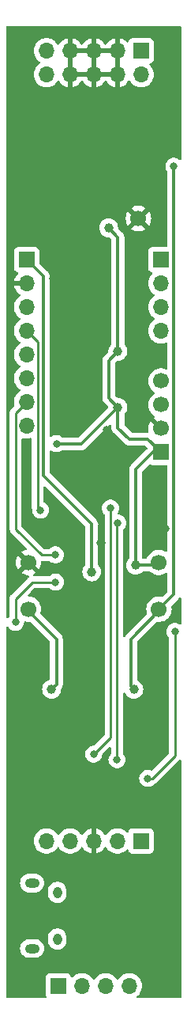
<source format=gbr>
%TF.GenerationSoftware,KiCad,Pcbnew,7.0.8*%
%TF.CreationDate,2023-10-17T17:14:39+01:00*%
%TF.ProjectId,QuadEnv_Components_3,51756164-456e-4765-9f43-6f6d706f6e65,rev?*%
%TF.SameCoordinates,Original*%
%TF.FileFunction,Copper,L2,Bot*%
%TF.FilePolarity,Positive*%
%FSLAX46Y46*%
G04 Gerber Fmt 4.6, Leading zero omitted, Abs format (unit mm)*
G04 Created by KiCad (PCBNEW 7.0.8) date 2023-10-17 17:14:39*
%MOMM*%
%LPD*%
G01*
G04 APERTURE LIST*
%TA.AperFunction,ComponentPad*%
%ADD10C,1.700000*%
%TD*%
%TA.AperFunction,ComponentPad*%
%ADD11R,1.700000X1.700000*%
%TD*%
%TA.AperFunction,ComponentPad*%
%ADD12O,1.700000X1.700000*%
%TD*%
%TA.AperFunction,ComponentPad*%
%ADD13O,0.950000X1.250000*%
%TD*%
%TA.AperFunction,ComponentPad*%
%ADD14O,1.550000X1.000000*%
%TD*%
%TA.AperFunction,ViaPad*%
%ADD15C,0.800000*%
%TD*%
%TA.AperFunction,ViaPad*%
%ADD16C,1.000000*%
%TD*%
%TA.AperFunction,Conductor*%
%ADD17C,0.250000*%
%TD*%
%TA.AperFunction,Conductor*%
%ADD18C,0.350000*%
%TD*%
G04 APERTURE END LIST*
D10*
%TO.P,TP5,1,1*%
%TO.N,GND*%
X52400000Y-107400000D03*
%TD*%
%TO.P,TP3,1,1*%
%TO.N,+12V*%
X52400000Y-112400000D03*
%TD*%
D11*
%TO.P,J6,1,Pin_1*%
%TO.N,/-12V_IN*%
X64480000Y-52660000D03*
D12*
%TO.P,J6,2,Pin_2*%
X64480000Y-55200000D03*
%TO.P,J6,3,Pin_3*%
%TO.N,GND*%
X61940000Y-52660000D03*
%TO.P,J6,4,Pin_4*%
X61940000Y-55200000D03*
%TO.P,J6,5,Pin_5*%
X59400000Y-52660000D03*
%TO.P,J6,6,Pin_6*%
X59400000Y-55200000D03*
%TO.P,J6,7,Pin_7*%
X56860000Y-52660000D03*
%TO.P,J6,8,Pin_8*%
X56860000Y-55200000D03*
%TO.P,J6,9,Pin_9*%
%TO.N,/+12V_IN*%
X54320000Y-52660000D03*
%TO.P,J6,10,Pin_10*%
X54320000Y-55200000D03*
%TD*%
D13*
%TO.P,J7,*%
%TO.N,*%
X55485000Y-142700000D03*
X55485000Y-147700000D03*
D14*
X52785000Y-148700000D03*
%TO.P,J7,6,Shield*%
%TO.N,unconnected-(J7-Shield-Pad6)*%
X52785000Y-141700000D03*
%TD*%
D11*
%TO.P,J5,1,Pin_1*%
%TO.N,+3.3V*%
X66600000Y-95610000D03*
D10*
%TO.P,J5,2,Pin_2*%
%TO.N,GND*%
X66600000Y-93070000D03*
%TO.P,J5,3,Pin_3*%
%TO.N,/SWIO*%
X66600000Y-90530000D03*
%TO.P,J5,4,Pin_4*%
%TO.N,/SWCLK*%
X66600000Y-87990000D03*
%TD*%
%TO.P,TP2,1,1*%
%TO.N,+3.3V*%
X66400000Y-107400000D03*
%TD*%
%TO.P,TP1,1,1*%
%TO.N,GND*%
X64200000Y-70600000D03*
%TD*%
%TO.P,TP4,1,1*%
%TO.N,-12V*%
X66400000Y-112400000D03*
%TD*%
D11*
%TO.P,J1,1,Pin_1*%
%TO.N,+3.3VA*%
X52200000Y-75000000D03*
D12*
%TO.P,J1,2,Pin_2*%
%TO.N,GND*%
X52200000Y-77540000D03*
%TO.P,J1,3,Pin_3*%
%TO.N,/Mode_Led*%
X52200000Y-80080000D03*
%TO.P,J1,4,Pin_4*%
%TO.N,/Mode_Btn*%
X52200000Y-82620000D03*
%TO.P,J1,5,Pin_5*%
%TO.N,/Attack_Pot*%
X52200000Y-85160000D03*
%TO.P,J1,6,Pin_6*%
%TO.N,/Decay_Pot*%
X52200000Y-87700000D03*
%TO.P,J1,7,Pin_7*%
%TO.N,/Sustain_Pot*%
X52200000Y-90240000D03*
%TO.P,J1,8,Pin_8*%
%TO.N,/Release_Pot*%
X52200000Y-92780000D03*
%TD*%
D11*
%TO.P,J4,1,Pin_1*%
%TO.N,/Led3_Out*%
X55600000Y-152700000D03*
D12*
%TO.P,J4,2,Pin_2*%
%TO.N,/Env3_Out*%
X58140000Y-152700000D03*
%TO.P,J4,3,Pin_3*%
%TO.N,/Led4_Out*%
X60680000Y-152700000D03*
%TO.P,J4,4,Pin_4*%
%TO.N,/Env4_Out*%
X63220000Y-152700000D03*
%TD*%
D11*
%TO.P,J2,1,Pin_1*%
%TO.N,/Gate1_In*%
X66600000Y-75000000D03*
D12*
%TO.P,J2,2,Pin_2*%
%TO.N,/Gate2_In*%
X66600000Y-77540000D03*
%TO.P,J2,3,Pin_3*%
%TO.N,/Gate3_In*%
X66600000Y-80080000D03*
%TO.P,J2,4,Pin_4*%
%TO.N,/Gate4_In*%
X66600000Y-82620000D03*
%TD*%
D11*
%TO.P,J3,1,Pin_1*%
%TO.N,/Led2_Out*%
X64480000Y-137200000D03*
D12*
%TO.P,J3,2,Pin_2*%
%TO.N,/Env2_Out*%
X61940000Y-137200000D03*
%TO.P,J3,3,Pin_3*%
%TO.N,GND*%
X59400000Y-137200000D03*
%TO.P,J3,4,Pin_4*%
%TO.N,/Led1_Out*%
X56860000Y-137200000D03*
%TO.P,J3,5,Pin_5*%
%TO.N,/Env1_Out*%
X54320000Y-137200000D03*
%TD*%
D15*
%TO.N,GND*%
X55400000Y-97300000D03*
X66300000Y-109400000D03*
X57300000Y-143100000D03*
X61400000Y-131400000D03*
X65700000Y-132700000D03*
X58000000Y-127800000D03*
X57100000Y-130300000D03*
X55100000Y-130600000D03*
X58100000Y-133400000D03*
%TO.N,/LED1*%
X51000000Y-113800000D03*
D16*
%TO.N,+3.3V*%
X63900000Y-107700000D03*
X62000000Y-84800000D03*
X62000000Y-90800000D03*
X61000000Y-71600000D03*
D15*
X55400000Y-94700000D03*
%TO.N,GND*%
X60200000Y-103000000D03*
X59400000Y-76600000D03*
X66000000Y-121070000D03*
X58634972Y-112373270D03*
X54000000Y-146500000D03*
D16*
X60200000Y-105325500D03*
D15*
X63600000Y-60400000D03*
X57200000Y-139400000D03*
X57600000Y-103200000D03*
X56800000Y-116800000D03*
X67100000Y-103800000D03*
X52800000Y-121070000D03*
X54800000Y-66400000D03*
X56400000Y-72000000D03*
X55000000Y-77000000D03*
X57100000Y-146600000D03*
X63400000Y-127200000D03*
X63445024Y-139545024D03*
D16*
X62000000Y-100000000D03*
D15*
X63500000Y-135000000D03*
X57200000Y-99800000D03*
X51300000Y-151100000D03*
X60800000Y-93200000D03*
X59700000Y-126000000D03*
X57600000Y-74400000D03*
X64750000Y-86650000D03*
X61600000Y-62400000D03*
X58000000Y-68600000D03*
X52800000Y-68800000D03*
X52800000Y-123070000D03*
X63900000Y-130900000D03*
X55600000Y-127400000D03*
X51300000Y-136100000D03*
X64000000Y-66400000D03*
X57836413Y-90287948D03*
X57299992Y-93500000D03*
X66900000Y-152400000D03*
X55400000Y-62200000D03*
X65000000Y-98000000D03*
X61200000Y-68800000D03*
D16*
%TO.N,+12V*%
X54887500Y-120957500D03*
%TO.N,-12V*%
X63700000Y-120970000D03*
D15*
X68000000Y-65000000D03*
%TO.N,/Mode_Btn*%
X53700000Y-101800000D03*
%TO.N,/Sustain_Pot*%
X55295343Y-106595343D03*
%TO.N,/LED1*%
X55300000Y-109500006D03*
%TO.N,/USB_DM*%
X62000000Y-103200000D03*
X61900000Y-128500000D03*
%TO.N,/USB_DP*%
X59400000Y-127900000D03*
X61200000Y-101600000D03*
%TO.N,/LED3*%
X65200000Y-130500000D03*
X68100000Y-114800000D03*
D16*
%TO.N,+3.3VA*%
X59200000Y-108400000D03*
%TD*%
D17*
%TO.N,/LED1*%
X52799994Y-109500006D02*
X55300000Y-109500006D01*
X51000000Y-111300000D02*
X52799994Y-109500006D01*
X51000000Y-113800000D02*
X51000000Y-111300000D01*
D18*
%TO.N,+3.3V*%
X62000000Y-84800000D02*
X61000000Y-85800000D01*
X63900000Y-97460000D02*
X63900000Y-107700000D01*
X66600000Y-95610000D02*
X65750000Y-95610000D01*
X63210000Y-94210000D02*
X65200000Y-94210000D01*
X62000000Y-90800000D02*
X62000000Y-93000000D01*
X58100000Y-94700000D02*
X55400000Y-94700000D01*
X66100000Y-107700000D02*
X66400000Y-107400000D01*
X65200000Y-94210000D02*
X66600000Y-95610000D01*
X62000000Y-90800000D02*
X58100000Y-94700000D01*
X61000000Y-85800000D02*
X61000000Y-89800000D01*
X61000000Y-71600000D02*
X62000000Y-72600000D01*
X62000000Y-93000000D02*
X63210000Y-94210000D01*
X65750000Y-95610000D02*
X63900000Y-97460000D01*
X63900000Y-107700000D02*
X66100000Y-107700000D01*
X62000000Y-72600000D02*
X62000000Y-84800000D01*
X61000000Y-89800000D02*
X62000000Y-90800000D01*
%TO.N,+12V*%
X54887500Y-120957500D02*
X55400000Y-120445000D01*
X55400000Y-115600000D02*
X52400000Y-112600000D01*
X52400000Y-112600000D02*
X52400000Y-112400000D01*
X55400000Y-120445000D02*
X55400000Y-115600000D01*
%TO.N,-12V*%
X66400000Y-112400000D02*
X68000000Y-110800000D01*
X68000000Y-110800000D02*
X68000000Y-65000000D01*
X66400000Y-112400000D02*
X66400000Y-112600000D01*
X63400000Y-115600000D02*
X63400000Y-120670000D01*
X66400000Y-112600000D02*
X63400000Y-115600000D01*
X63400000Y-120670000D02*
X63700000Y-120970000D01*
D17*
%TO.N,/Mode_Btn*%
X53375000Y-83795000D02*
X52200000Y-82620000D01*
X53700000Y-101800000D02*
X53375000Y-101475000D01*
X53375000Y-101475000D02*
X53375000Y-83795000D01*
%TO.N,/Sustain_Pot*%
X52200000Y-90240000D02*
X51025000Y-91415000D01*
X51025000Y-91415000D02*
X51025000Y-103825000D01*
X51025000Y-103825000D02*
X53795343Y-106595343D01*
X53795343Y-106595343D02*
X55295343Y-106595343D01*
%TO.N,/USB_DM*%
X61900000Y-128500000D02*
X61900000Y-103300000D01*
X61900000Y-103300000D02*
X62000000Y-103200000D01*
%TO.N,/USB_DP*%
X61200000Y-101600000D02*
X61200000Y-126100000D01*
X61200000Y-126100000D02*
X59400000Y-127900000D01*
%TO.N,/LED3*%
X68100000Y-128100000D02*
X65700000Y-130500000D01*
X65700000Y-130500000D02*
X65200000Y-130500000D01*
X68100000Y-114800000D02*
X68100000Y-128100000D01*
D18*
%TO.N,+3.3VA*%
X54000000Y-98104691D02*
X54000000Y-76800000D01*
X54000000Y-76800000D02*
X52200000Y-75000000D01*
X59200000Y-103304691D02*
X54000000Y-98104691D01*
X59200000Y-108400000D02*
X59200000Y-103304691D01*
%TD*%
%TA.AperFunction,Conductor*%
%TO.N,GND*%
G36*
X61234532Y-92636248D02*
G01*
X61291368Y-92678795D01*
X61316179Y-92745315D01*
X61316500Y-92754304D01*
X61316500Y-92977443D01*
X61316385Y-92981248D01*
X61312736Y-93041572D01*
X61323628Y-93101011D01*
X61324201Y-93104774D01*
X61331485Y-93164769D01*
X61331488Y-93164778D01*
X61334833Y-93173600D01*
X61340954Y-93195554D01*
X61342655Y-93204836D01*
X61342656Y-93204839D01*
X61367456Y-93259941D01*
X61368913Y-93263458D01*
X61390345Y-93319970D01*
X61390346Y-93319973D01*
X61395704Y-93327735D01*
X61406907Y-93347599D01*
X61410774Y-93356193D01*
X61410776Y-93356196D01*
X61410777Y-93356197D01*
X61445719Y-93400798D01*
X61448045Y-93403766D01*
X61450292Y-93406819D01*
X61465911Y-93429448D01*
X61484633Y-93456571D01*
X61484634Y-93456572D01*
X61484635Y-93456573D01*
X61529880Y-93496656D01*
X61532626Y-93499241D01*
X62710749Y-94677364D01*
X62713342Y-94680119D01*
X62753421Y-94725360D01*
X62753428Y-94725366D01*
X62803154Y-94759689D01*
X62806220Y-94761945D01*
X62829060Y-94779838D01*
X62853802Y-94799223D01*
X62862402Y-94803093D01*
X62882265Y-94814295D01*
X62890029Y-94819654D01*
X62941287Y-94839094D01*
X62946534Y-94841084D01*
X62950041Y-94842536D01*
X63005163Y-94867344D01*
X63014430Y-94869042D01*
X63036402Y-94875166D01*
X63045226Y-94878513D01*
X63105230Y-94885798D01*
X63108973Y-94886368D01*
X63168427Y-94897264D01*
X63228753Y-94893614D01*
X63232555Y-94893500D01*
X64864695Y-94893500D01*
X64932816Y-94913502D01*
X64953790Y-94930405D01*
X65119289Y-95095904D01*
X65153315Y-95158216D01*
X65148250Y-95229031D01*
X65119289Y-95274094D01*
X63432650Y-96960734D01*
X63429879Y-96963342D01*
X63384636Y-97003425D01*
X63350304Y-97053162D01*
X63348050Y-97056226D01*
X63310774Y-97103807D01*
X63306903Y-97112408D01*
X63295710Y-97132255D01*
X63290347Y-97140025D01*
X63290345Y-97140030D01*
X63268914Y-97196538D01*
X63267458Y-97200053D01*
X63242656Y-97255162D01*
X63240956Y-97264439D01*
X63234834Y-97286401D01*
X63231485Y-97295230D01*
X63224201Y-97355224D01*
X63223628Y-97358986D01*
X63212736Y-97418425D01*
X63216385Y-97478750D01*
X63216500Y-97482555D01*
X63216500Y-106898173D01*
X63196498Y-106966294D01*
X63186866Y-106978244D01*
X63187358Y-106978648D01*
X63057405Y-107136995D01*
X62963759Y-107312195D01*
X62906090Y-107502305D01*
X62886620Y-107699996D01*
X62886620Y-107700003D01*
X62906090Y-107897694D01*
X62906091Y-107897700D01*
X62906092Y-107897701D01*
X62963759Y-108087804D01*
X63057405Y-108263004D01*
X63183432Y-108416568D01*
X63336996Y-108542595D01*
X63512196Y-108636241D01*
X63702299Y-108693908D01*
X63702303Y-108693908D01*
X63702305Y-108693909D01*
X63899997Y-108713380D01*
X63900000Y-108713380D01*
X63900003Y-108713380D01*
X64097694Y-108693909D01*
X64097695Y-108693908D01*
X64097701Y-108693908D01*
X64287804Y-108636241D01*
X64463004Y-108542595D01*
X64616568Y-108416568D01*
X64616568Y-108416567D01*
X64621353Y-108412641D01*
X64623085Y-108414751D01*
X64675044Y-108386379D01*
X64701827Y-108383500D01*
X65408571Y-108383500D01*
X65476692Y-108403502D01*
X65485962Y-108410069D01*
X65654416Y-108541183D01*
X65654424Y-108541189D01*
X65852426Y-108648342D01*
X65852427Y-108648342D01*
X65852428Y-108648343D01*
X65964227Y-108686723D01*
X66065365Y-108721444D01*
X66287431Y-108758500D01*
X66287435Y-108758500D01*
X66512565Y-108758500D01*
X66512569Y-108758500D01*
X66734635Y-108721444D01*
X66947574Y-108648342D01*
X67130534Y-108549329D01*
X67199961Y-108534500D01*
X67266387Y-108559560D01*
X67308720Y-108616555D01*
X67316500Y-108660144D01*
X67316500Y-110464693D01*
X67296498Y-110532814D01*
X67279595Y-110553789D01*
X66797800Y-111035583D01*
X66735488Y-111069608D01*
X66687969Y-111070768D01*
X66512569Y-111041500D01*
X66287431Y-111041500D01*
X66146968Y-111064939D01*
X66065369Y-111078555D01*
X66065360Y-111078557D01*
X65852428Y-111151656D01*
X65852426Y-111151658D01*
X65658560Y-111256573D01*
X65654426Y-111258810D01*
X65654424Y-111258811D01*
X65476762Y-111397091D01*
X65324279Y-111562729D01*
X65324275Y-111562734D01*
X65201141Y-111751206D01*
X65110703Y-111957386D01*
X65110702Y-111957387D01*
X65055437Y-112175624D01*
X65036844Y-112400000D01*
X65055437Y-112624375D01*
X65109306Y-112837100D01*
X65106639Y-112908047D01*
X65076257Y-112957126D01*
X62932650Y-115100734D01*
X62929879Y-115103342D01*
X62884636Y-115143425D01*
X62850304Y-115193162D01*
X62848050Y-115196226D01*
X62810774Y-115243807D01*
X62806903Y-115252408D01*
X62795710Y-115272255D01*
X62790348Y-115280024D01*
X62777312Y-115314397D01*
X62734453Y-115370997D01*
X62667797Y-115395442D01*
X62598507Y-115379969D01*
X62548582Y-115329491D01*
X62533500Y-115269715D01*
X62533500Y-103999557D01*
X62553502Y-103931436D01*
X62585439Y-103897621D01*
X62611253Y-103878866D01*
X62650789Y-103834957D01*
X62739034Y-103736951D01*
X62739035Y-103736949D01*
X62739040Y-103736944D01*
X62834527Y-103571556D01*
X62893542Y-103389928D01*
X62913504Y-103200000D01*
X62893542Y-103010072D01*
X62834527Y-102828444D01*
X62739040Y-102663056D01*
X62739038Y-102663054D01*
X62739034Y-102663048D01*
X62611255Y-102521135D01*
X62456752Y-102408882D01*
X62282288Y-102331206D01*
X62095487Y-102291500D01*
X62068045Y-102291500D01*
X61999924Y-102271498D01*
X61953431Y-102217842D01*
X61943327Y-102147568D01*
X61958926Y-102102500D01*
X62034527Y-101971556D01*
X62093542Y-101789928D01*
X62113504Y-101600000D01*
X62093542Y-101410072D01*
X62034527Y-101228444D01*
X61939040Y-101063056D01*
X61939038Y-101063054D01*
X61939034Y-101063048D01*
X61811255Y-100921135D01*
X61656752Y-100808882D01*
X61482288Y-100731206D01*
X61295487Y-100691500D01*
X61104513Y-100691500D01*
X60917711Y-100731206D01*
X60743247Y-100808882D01*
X60588744Y-100921135D01*
X60460965Y-101063048D01*
X60460958Y-101063058D01*
X60365476Y-101228438D01*
X60365473Y-101228445D01*
X60306457Y-101410072D01*
X60286496Y-101600000D01*
X60306457Y-101789927D01*
X60336526Y-101882470D01*
X60365473Y-101971556D01*
X60460960Y-102136944D01*
X60534137Y-102218215D01*
X60564853Y-102282220D01*
X60566500Y-102302524D01*
X60566500Y-125785405D01*
X60546498Y-125853526D01*
X60529595Y-125874500D01*
X59449500Y-126954595D01*
X59387188Y-126988621D01*
X59360405Y-126991500D01*
X59304513Y-126991500D01*
X59117711Y-127031206D01*
X58943247Y-127108882D01*
X58788744Y-127221135D01*
X58660965Y-127363048D01*
X58660958Y-127363058D01*
X58565476Y-127528438D01*
X58565473Y-127528445D01*
X58506457Y-127710072D01*
X58486496Y-127900000D01*
X58506457Y-128089927D01*
X58518973Y-128128445D01*
X58565473Y-128271556D01*
X58565476Y-128271561D01*
X58660958Y-128436941D01*
X58660965Y-128436951D01*
X58788744Y-128578864D01*
X58788747Y-128578866D01*
X58943248Y-128691118D01*
X59117712Y-128768794D01*
X59304513Y-128808500D01*
X59495487Y-128808500D01*
X59682288Y-128768794D01*
X59856752Y-128691118D01*
X60011253Y-128578866D01*
X60102825Y-128477165D01*
X60139034Y-128436951D01*
X60139035Y-128436949D01*
X60139040Y-128436944D01*
X60234527Y-128271556D01*
X60293542Y-128089928D01*
X60310907Y-127924704D01*
X60337920Y-127859049D01*
X60347113Y-127848789D01*
X61051406Y-127144497D01*
X61113717Y-127110473D01*
X61184533Y-127115538D01*
X61241368Y-127158085D01*
X61266179Y-127224605D01*
X61266500Y-127233594D01*
X61266500Y-127797474D01*
X61246498Y-127865595D01*
X61234137Y-127881784D01*
X61160957Y-127963059D01*
X61087710Y-128089928D01*
X61065473Y-128128444D01*
X61050999Y-128172986D01*
X61006457Y-128310072D01*
X60986496Y-128500000D01*
X61006457Y-128689927D01*
X61032083Y-128768793D01*
X61065473Y-128871556D01*
X61065476Y-128871561D01*
X61160958Y-129036941D01*
X61160965Y-129036951D01*
X61288744Y-129178864D01*
X61288747Y-129178866D01*
X61443248Y-129291118D01*
X61617712Y-129368794D01*
X61804513Y-129408500D01*
X61995487Y-129408500D01*
X62182288Y-129368794D01*
X62356752Y-129291118D01*
X62511253Y-129178866D01*
X62639040Y-129036944D01*
X62734527Y-128871556D01*
X62793542Y-128689928D01*
X62813504Y-128500000D01*
X62793542Y-128310072D01*
X62734527Y-128128444D01*
X62639040Y-127963056D01*
X62565863Y-127881784D01*
X62535146Y-127817776D01*
X62533500Y-127797474D01*
X62533500Y-121430039D01*
X62553502Y-121361918D01*
X62607158Y-121315425D01*
X62677432Y-121305321D01*
X62742012Y-121334815D01*
X62770620Y-121370641D01*
X62857405Y-121533004D01*
X62983432Y-121686568D01*
X63136996Y-121812595D01*
X63312196Y-121906241D01*
X63502299Y-121963908D01*
X63502303Y-121963908D01*
X63502305Y-121963909D01*
X63699997Y-121983380D01*
X63700000Y-121983380D01*
X63700003Y-121983380D01*
X63897694Y-121963909D01*
X63897695Y-121963908D01*
X63897701Y-121963908D01*
X64087804Y-121906241D01*
X64263004Y-121812595D01*
X64416568Y-121686568D01*
X64542595Y-121533004D01*
X64636241Y-121357804D01*
X64693908Y-121167701D01*
X64713380Y-120970000D01*
X64713380Y-120969996D01*
X64693909Y-120772305D01*
X64693908Y-120772303D01*
X64693908Y-120772299D01*
X64636241Y-120582196D01*
X64542595Y-120406996D01*
X64416568Y-120253432D01*
X64330369Y-120182690D01*
X64263006Y-120127406D01*
X64150103Y-120067058D01*
X64099455Y-120017305D01*
X64083500Y-119955936D01*
X64083500Y-115935304D01*
X64103502Y-115867183D01*
X64120400Y-115846214D01*
X66173597Y-113793016D01*
X66235907Y-113758993D01*
X66283434Y-113757833D01*
X66287431Y-113758500D01*
X66512565Y-113758500D01*
X66512569Y-113758500D01*
X66734635Y-113721444D01*
X66947574Y-113648342D01*
X67145576Y-113541189D01*
X67323240Y-113402906D01*
X67475722Y-113237268D01*
X67598860Y-113048791D01*
X67689296Y-112842616D01*
X67744564Y-112624368D01*
X67763156Y-112400000D01*
X67744564Y-112175632D01*
X67731105Y-112122485D01*
X67733771Y-112051541D01*
X67764152Y-112002461D01*
X68467387Y-111299226D01*
X68470101Y-111296672D01*
X68515365Y-111256573D01*
X68549707Y-111206817D01*
X68551928Y-111203799D01*
X68574317Y-111175221D01*
X68632073Y-111133936D01*
X68702983Y-111130429D01*
X68764532Y-111165815D01*
X68797179Y-111228861D01*
X68799500Y-111252931D01*
X68799500Y-113937960D01*
X68779498Y-114006081D01*
X68725842Y-114052574D01*
X68655568Y-114062678D01*
X68599439Y-114039896D01*
X68556752Y-114008882D01*
X68382288Y-113931206D01*
X68195487Y-113891500D01*
X68004513Y-113891500D01*
X67817711Y-113931206D01*
X67643247Y-114008882D01*
X67488744Y-114121135D01*
X67360965Y-114263048D01*
X67360958Y-114263058D01*
X67265476Y-114428438D01*
X67265473Y-114428445D01*
X67206457Y-114610072D01*
X67186496Y-114800000D01*
X67206457Y-114989927D01*
X67236526Y-115082470D01*
X67265473Y-115171556D01*
X67265476Y-115171561D01*
X67328100Y-115280030D01*
X67360960Y-115336944D01*
X67434137Y-115418215D01*
X67464853Y-115482220D01*
X67466500Y-115502524D01*
X67466500Y-127785404D01*
X67446498Y-127853525D01*
X67429595Y-127874499D01*
X65675404Y-129628689D01*
X65613092Y-129662715D01*
X65542276Y-129657650D01*
X65535061Y-129654701D01*
X65482290Y-129631206D01*
X65295487Y-129591500D01*
X65104513Y-129591500D01*
X64917711Y-129631206D01*
X64743247Y-129708882D01*
X64588744Y-129821135D01*
X64460965Y-129963048D01*
X64460958Y-129963058D01*
X64365476Y-130128438D01*
X64365473Y-130128445D01*
X64306457Y-130310072D01*
X64286496Y-130500000D01*
X64306457Y-130689927D01*
X64336526Y-130782470D01*
X64365473Y-130871556D01*
X64365476Y-130871561D01*
X64460958Y-131036941D01*
X64460965Y-131036951D01*
X64588744Y-131178864D01*
X64588747Y-131178866D01*
X64743248Y-131291118D01*
X64917712Y-131368794D01*
X65104513Y-131408500D01*
X65295487Y-131408500D01*
X65482288Y-131368794D01*
X65656752Y-131291118D01*
X65811253Y-131178866D01*
X65849639Y-131136231D01*
X65896899Y-131103387D01*
X65902677Y-131101100D01*
X65908262Y-131099187D01*
X65953593Y-131086018D01*
X65971026Y-131075708D01*
X65988780Y-131067009D01*
X66007617Y-131059552D01*
X66045786Y-131031818D01*
X66050744Y-131028562D01*
X66091362Y-131004542D01*
X66105685Y-130990218D01*
X66120724Y-130977374D01*
X66137107Y-130965472D01*
X66167193Y-130929103D01*
X66171161Y-130924741D01*
X68488657Y-128607245D01*
X68501092Y-128597284D01*
X68500905Y-128597057D01*
X68507009Y-128592005D01*
X68507018Y-128592000D01*
X68554999Y-128540904D01*
X68576135Y-128519769D01*
X68576138Y-128519764D01*
X68578758Y-128516794D01*
X68580220Y-128518083D01*
X68631427Y-128481057D01*
X68702317Y-128477165D01*
X68764058Y-128512216D01*
X68797047Y-128575083D01*
X68799500Y-128599825D01*
X68799500Y-153873500D01*
X68779498Y-153941621D01*
X68725842Y-153988114D01*
X68673500Y-153999500D01*
X64129203Y-153999500D01*
X64061082Y-153979498D01*
X64014589Y-153925842D01*
X64004485Y-153855568D01*
X64033979Y-153790988D01*
X64051812Y-153774069D01*
X64143234Y-153702911D01*
X64143235Y-153702909D01*
X64143240Y-153702906D01*
X64295722Y-153537268D01*
X64418860Y-153348791D01*
X64509296Y-153142616D01*
X64564564Y-152924368D01*
X64583156Y-152700000D01*
X64564564Y-152475632D01*
X64509296Y-152257384D01*
X64418860Y-152051209D01*
X64401500Y-152024637D01*
X64295724Y-151862734D01*
X64295720Y-151862729D01*
X64143237Y-151697091D01*
X64023367Y-151603792D01*
X63965576Y-151558811D01*
X63767574Y-151451658D01*
X63767572Y-151451657D01*
X63767571Y-151451656D01*
X63554639Y-151378557D01*
X63554630Y-151378555D01*
X63510476Y-151371187D01*
X63332569Y-151341500D01*
X63107431Y-151341500D01*
X62959211Y-151366233D01*
X62885369Y-151378555D01*
X62885360Y-151378557D01*
X62672428Y-151451656D01*
X62672426Y-151451658D01*
X62474426Y-151558810D01*
X62474424Y-151558811D01*
X62296762Y-151697091D01*
X62144279Y-151862729D01*
X62055483Y-151998643D01*
X62001479Y-152044731D01*
X61931131Y-152054306D01*
X61866774Y-152024329D01*
X61844517Y-151998643D01*
X61755720Y-151862729D01*
X61603237Y-151697091D01*
X61483367Y-151603792D01*
X61425576Y-151558811D01*
X61227574Y-151451658D01*
X61227572Y-151451657D01*
X61227571Y-151451656D01*
X61014639Y-151378557D01*
X61014630Y-151378555D01*
X60970476Y-151371187D01*
X60792569Y-151341500D01*
X60567431Y-151341500D01*
X60419211Y-151366233D01*
X60345369Y-151378555D01*
X60345360Y-151378557D01*
X60132428Y-151451656D01*
X60132426Y-151451658D01*
X59934426Y-151558810D01*
X59934424Y-151558811D01*
X59756762Y-151697091D01*
X59604279Y-151862729D01*
X59515483Y-151998643D01*
X59461479Y-152044731D01*
X59391131Y-152054306D01*
X59326774Y-152024329D01*
X59304517Y-151998643D01*
X59215720Y-151862729D01*
X59063237Y-151697091D01*
X58943367Y-151603792D01*
X58885576Y-151558811D01*
X58687574Y-151451658D01*
X58687572Y-151451657D01*
X58687571Y-151451656D01*
X58474639Y-151378557D01*
X58474630Y-151378555D01*
X58430476Y-151371187D01*
X58252569Y-151341500D01*
X58027431Y-151341500D01*
X57879211Y-151366233D01*
X57805369Y-151378555D01*
X57805360Y-151378557D01*
X57592428Y-151451656D01*
X57592426Y-151451658D01*
X57394426Y-151558810D01*
X57394424Y-151558811D01*
X57216762Y-151697091D01*
X57155754Y-151763363D01*
X57094901Y-151799933D01*
X57023936Y-151797798D01*
X56965391Y-151757636D01*
X56944999Y-151722057D01*
X56900889Y-151603797D01*
X56900887Y-151603792D01*
X56813261Y-151486738D01*
X56696207Y-151399112D01*
X56696202Y-151399110D01*
X56559204Y-151348011D01*
X56559196Y-151348009D01*
X56498649Y-151341500D01*
X56498638Y-151341500D01*
X54701362Y-151341500D01*
X54701350Y-151341500D01*
X54640803Y-151348009D01*
X54640795Y-151348011D01*
X54503797Y-151399110D01*
X54503792Y-151399112D01*
X54386738Y-151486738D01*
X54299112Y-151603792D01*
X54299110Y-151603797D01*
X54248011Y-151740795D01*
X54248009Y-151740803D01*
X54241500Y-151801350D01*
X54241500Y-153598649D01*
X54248009Y-153659196D01*
X54248011Y-153659204D01*
X54299110Y-153796202D01*
X54300449Y-153797991D01*
X54301229Y-153800084D01*
X54303432Y-153804118D01*
X54302852Y-153804434D01*
X54325259Y-153864512D01*
X54310167Y-153933886D01*
X54259965Y-153984088D01*
X54199580Y-153999500D01*
X50126500Y-153999500D01*
X50058379Y-153979498D01*
X50011886Y-153925842D01*
X50000500Y-153873500D01*
X50000500Y-148700003D01*
X51496620Y-148700003D01*
X51516090Y-148897694D01*
X51516091Y-148897700D01*
X51516092Y-148897701D01*
X51573759Y-149087804D01*
X51667405Y-149263004D01*
X51793432Y-149416568D01*
X51946996Y-149542595D01*
X52122196Y-149636241D01*
X52312299Y-149693908D01*
X52312303Y-149693908D01*
X52312305Y-149693909D01*
X52396513Y-149702202D01*
X52460453Y-149708500D01*
X52460462Y-149708500D01*
X53109538Y-149708500D01*
X53109547Y-149708500D01*
X53193761Y-149700205D01*
X53257694Y-149693909D01*
X53257695Y-149693908D01*
X53257701Y-149693908D01*
X53447804Y-149636241D01*
X53623004Y-149542595D01*
X53776568Y-149416568D01*
X53902595Y-149263004D01*
X53996241Y-149087804D01*
X54053908Y-148897701D01*
X54069683Y-148737544D01*
X54073380Y-148700003D01*
X54073380Y-148699996D01*
X54053909Y-148502305D01*
X54053908Y-148502303D01*
X54053908Y-148502299D01*
X53996241Y-148312196D01*
X53902595Y-148136996D01*
X53776568Y-147983432D01*
X53674755Y-147899876D01*
X54501500Y-147899876D01*
X54501501Y-147899895D01*
X54516663Y-148048993D01*
X54516664Y-148048998D01*
X54547081Y-148145945D01*
X54576543Y-148239847D01*
X54673617Y-148414743D01*
X54803133Y-148565608D01*
X54803907Y-148566510D01*
X54962081Y-148688946D01*
X55141664Y-148777036D01*
X55335303Y-148827172D01*
X55501775Y-148835614D01*
X55535069Y-148837303D01*
X55535069Y-148837302D01*
X55535070Y-148837303D01*
X55732788Y-148807014D01*
X55920361Y-148737544D01*
X56090111Y-148631739D01*
X56235087Y-148493929D01*
X56349355Y-148329756D01*
X56428235Y-148145942D01*
X56468500Y-147950012D01*
X56468500Y-147500123D01*
X56453336Y-147351002D01*
X56393456Y-147160151D01*
X56296384Y-146985260D01*
X56296382Y-146985256D01*
X56166098Y-146833496D01*
X56166093Y-146833490D01*
X56007919Y-146711054D01*
X56007915Y-146711052D01*
X56007914Y-146711051D01*
X55828338Y-146622965D01*
X55828336Y-146622964D01*
X55634697Y-146572828D01*
X55634694Y-146572827D01*
X55634691Y-146572827D01*
X55434930Y-146562696D01*
X55237214Y-146592985D01*
X55237212Y-146592986D01*
X55049639Y-146662456D01*
X54879889Y-146768261D01*
X54734909Y-146906075D01*
X54620644Y-147070243D01*
X54541766Y-147254054D01*
X54501500Y-147449986D01*
X54501500Y-147899876D01*
X53674755Y-147899876D01*
X53623004Y-147857405D01*
X53447804Y-147763759D01*
X53257701Y-147706092D01*
X53257700Y-147706091D01*
X53257694Y-147706090D01*
X53109553Y-147691500D01*
X53109547Y-147691500D01*
X52460453Y-147691500D01*
X52460446Y-147691500D01*
X52312305Y-147706090D01*
X52122195Y-147763759D01*
X51946995Y-147857405D01*
X51793432Y-147983432D01*
X51667405Y-148136995D01*
X51573759Y-148312195D01*
X51516090Y-148502305D01*
X51496620Y-148699996D01*
X51496620Y-148700003D01*
X50000500Y-148700003D01*
X50000500Y-142899876D01*
X54501500Y-142899876D01*
X54501501Y-142899895D01*
X54506598Y-142950013D01*
X54516664Y-143048998D01*
X54547081Y-143145945D01*
X54576543Y-143239847D01*
X54673617Y-143414743D01*
X54803133Y-143565608D01*
X54803907Y-143566510D01*
X54962081Y-143688946D01*
X55141664Y-143777036D01*
X55335303Y-143827172D01*
X55501775Y-143835614D01*
X55535069Y-143837303D01*
X55535069Y-143837302D01*
X55535070Y-143837303D01*
X55732788Y-143807014D01*
X55920361Y-143737544D01*
X56090111Y-143631739D01*
X56235087Y-143493929D01*
X56349355Y-143329756D01*
X56428235Y-143145942D01*
X56468500Y-142950012D01*
X56468500Y-142500123D01*
X56453336Y-142351002D01*
X56393456Y-142160151D01*
X56296384Y-141985260D01*
X56296382Y-141985256D01*
X56166098Y-141833496D01*
X56166093Y-141833490D01*
X56007919Y-141711054D01*
X56007915Y-141711052D01*
X56007914Y-141711051D01*
X55828338Y-141622965D01*
X55828336Y-141622964D01*
X55634697Y-141572828D01*
X55634694Y-141572827D01*
X55634691Y-141572827D01*
X55434930Y-141562696D01*
X55237214Y-141592985D01*
X55237212Y-141592986D01*
X55049639Y-141662456D01*
X54879889Y-141768261D01*
X54734909Y-141906075D01*
X54620644Y-142070243D01*
X54541766Y-142254054D01*
X54501500Y-142449986D01*
X54501500Y-142899876D01*
X50000500Y-142899876D01*
X50000500Y-141700003D01*
X51496620Y-141700003D01*
X51516090Y-141897694D01*
X51516091Y-141897700D01*
X51516092Y-141897701D01*
X51573759Y-142087804D01*
X51667405Y-142263004D01*
X51793432Y-142416568D01*
X51946996Y-142542595D01*
X52122196Y-142636241D01*
X52312299Y-142693908D01*
X52312303Y-142693908D01*
X52312305Y-142693909D01*
X52396513Y-142702202D01*
X52460453Y-142708500D01*
X52460462Y-142708500D01*
X53109538Y-142708500D01*
X53109547Y-142708500D01*
X53193761Y-142700205D01*
X53257694Y-142693909D01*
X53257695Y-142693908D01*
X53257701Y-142693908D01*
X53447804Y-142636241D01*
X53623004Y-142542595D01*
X53776568Y-142416568D01*
X53902595Y-142263004D01*
X53996241Y-142087804D01*
X54053908Y-141897701D01*
X54060233Y-141833490D01*
X54073380Y-141700003D01*
X54073380Y-141699996D01*
X54053909Y-141502305D01*
X54053908Y-141502303D01*
X54053908Y-141502299D01*
X53996241Y-141312196D01*
X53902595Y-141136996D01*
X53776568Y-140983432D01*
X53623004Y-140857405D01*
X53447804Y-140763759D01*
X53257701Y-140706092D01*
X53257700Y-140706091D01*
X53257694Y-140706090D01*
X53109553Y-140691500D01*
X53109547Y-140691500D01*
X52460453Y-140691500D01*
X52460446Y-140691500D01*
X52312305Y-140706090D01*
X52122195Y-140763759D01*
X51946995Y-140857405D01*
X51793432Y-140983432D01*
X51667405Y-141136995D01*
X51573759Y-141312195D01*
X51516090Y-141502305D01*
X51496620Y-141699996D01*
X51496620Y-141700003D01*
X50000500Y-141700003D01*
X50000500Y-137200000D01*
X52956844Y-137200000D01*
X52974232Y-137409844D01*
X52975437Y-137424375D01*
X53030702Y-137642612D01*
X53030703Y-137642613D01*
X53121141Y-137848793D01*
X53244275Y-138037265D01*
X53244279Y-138037270D01*
X53396762Y-138202908D01*
X53451331Y-138245381D01*
X53574424Y-138341189D01*
X53772426Y-138448342D01*
X53772427Y-138448342D01*
X53772428Y-138448343D01*
X53884227Y-138486723D01*
X53985365Y-138521444D01*
X54207431Y-138558500D01*
X54207435Y-138558500D01*
X54432565Y-138558500D01*
X54432569Y-138558500D01*
X54654635Y-138521444D01*
X54867574Y-138448342D01*
X55065576Y-138341189D01*
X55243240Y-138202906D01*
X55395722Y-138037268D01*
X55395927Y-138036955D01*
X55401115Y-138029012D01*
X55484518Y-137901354D01*
X55538520Y-137855268D01*
X55608868Y-137845692D01*
X55673225Y-137875669D01*
X55695480Y-137901353D01*
X55728607Y-137952058D01*
X55784275Y-138037265D01*
X55784279Y-138037270D01*
X55936762Y-138202908D01*
X55991331Y-138245381D01*
X56114424Y-138341189D01*
X56312426Y-138448342D01*
X56312427Y-138448342D01*
X56312428Y-138448343D01*
X56424227Y-138486723D01*
X56525365Y-138521444D01*
X56747431Y-138558500D01*
X56747435Y-138558500D01*
X56972565Y-138558500D01*
X56972569Y-138558500D01*
X57194635Y-138521444D01*
X57407574Y-138448342D01*
X57605576Y-138341189D01*
X57783240Y-138202906D01*
X57935722Y-138037268D01*
X57935927Y-138036955D01*
X57951122Y-138013695D01*
X58024816Y-137900898D01*
X58078819Y-137854810D01*
X58149167Y-137845235D01*
X58213524Y-137875212D01*
X58235782Y-137900898D01*
X58324674Y-138036958D01*
X58477097Y-138202534D01*
X58654698Y-138340767D01*
X58654699Y-138340768D01*
X58852628Y-138447882D01*
X58852630Y-138447883D01*
X59065483Y-138520955D01*
X59065492Y-138520957D01*
X59146000Y-138534391D01*
X59146000Y-137633674D01*
X59257685Y-137684680D01*
X59364237Y-137700000D01*
X59435763Y-137700000D01*
X59542315Y-137684680D01*
X59654000Y-137633674D01*
X59654000Y-138534390D01*
X59734507Y-138520957D01*
X59734516Y-138520955D01*
X59947369Y-138447883D01*
X59947371Y-138447882D01*
X60145300Y-138340768D01*
X60145301Y-138340767D01*
X60322902Y-138202534D01*
X60475327Y-138036955D01*
X60564217Y-137900899D01*
X60618220Y-137854810D01*
X60688568Y-137845235D01*
X60752925Y-137875212D01*
X60775183Y-137900898D01*
X60864279Y-138037270D01*
X61016762Y-138202908D01*
X61071331Y-138245381D01*
X61194424Y-138341189D01*
X61392426Y-138448342D01*
X61392427Y-138448342D01*
X61392428Y-138448343D01*
X61504227Y-138486723D01*
X61605365Y-138521444D01*
X61827431Y-138558500D01*
X61827435Y-138558500D01*
X62052565Y-138558500D01*
X62052569Y-138558500D01*
X62274635Y-138521444D01*
X62487574Y-138448342D01*
X62685576Y-138341189D01*
X62863240Y-138202906D01*
X62924245Y-138136637D01*
X62985096Y-138100067D01*
X63056061Y-138102200D01*
X63114606Y-138142362D01*
X63135000Y-138177941D01*
X63179111Y-138296204D01*
X63179112Y-138296207D01*
X63266738Y-138413261D01*
X63383792Y-138500887D01*
X63383794Y-138500888D01*
X63383796Y-138500889D01*
X63437600Y-138520957D01*
X63520795Y-138551988D01*
X63520803Y-138551990D01*
X63581350Y-138558499D01*
X63581355Y-138558499D01*
X63581362Y-138558500D01*
X63581368Y-138558500D01*
X65378632Y-138558500D01*
X65378638Y-138558500D01*
X65378645Y-138558499D01*
X65378649Y-138558499D01*
X65439196Y-138551990D01*
X65439199Y-138551989D01*
X65439201Y-138551989D01*
X65576204Y-138500889D01*
X65646399Y-138448342D01*
X65693261Y-138413261D01*
X65780887Y-138296207D01*
X65780887Y-138296206D01*
X65780889Y-138296204D01*
X65831989Y-138159201D01*
X65833800Y-138142362D01*
X65838499Y-138098649D01*
X65838500Y-138098632D01*
X65838500Y-136301367D01*
X65838499Y-136301350D01*
X65831990Y-136240803D01*
X65831988Y-136240795D01*
X65780889Y-136103797D01*
X65780887Y-136103792D01*
X65693261Y-135986738D01*
X65576207Y-135899112D01*
X65576202Y-135899110D01*
X65439204Y-135848011D01*
X65439196Y-135848009D01*
X65378649Y-135841500D01*
X65378638Y-135841500D01*
X63581362Y-135841500D01*
X63581350Y-135841500D01*
X63520803Y-135848009D01*
X63520795Y-135848011D01*
X63383797Y-135899110D01*
X63383792Y-135899112D01*
X63266738Y-135986738D01*
X63179112Y-136103792D01*
X63179111Y-136103795D01*
X63135000Y-136222058D01*
X63092453Y-136278893D01*
X63025932Y-136303703D01*
X62956558Y-136288611D01*
X62924246Y-136263363D01*
X62863240Y-136197094D01*
X62863239Y-136197093D01*
X62863237Y-136197091D01*
X62743372Y-136103796D01*
X62685576Y-136058811D01*
X62487574Y-135951658D01*
X62487572Y-135951657D01*
X62487571Y-135951656D01*
X62274639Y-135878557D01*
X62274630Y-135878555D01*
X62197029Y-135865606D01*
X62052569Y-135841500D01*
X61827431Y-135841500D01*
X61682971Y-135865606D01*
X61605369Y-135878555D01*
X61605360Y-135878557D01*
X61392428Y-135951656D01*
X61392426Y-135951658D01*
X61194426Y-136058810D01*
X61194424Y-136058811D01*
X61016762Y-136197091D01*
X60864279Y-136362729D01*
X60775183Y-136499101D01*
X60721179Y-136545189D01*
X60650831Y-136554764D01*
X60586474Y-136524786D01*
X60564217Y-136499100D01*
X60475327Y-136363044D01*
X60322902Y-136197465D01*
X60145301Y-136059232D01*
X60145300Y-136059231D01*
X59947371Y-135952117D01*
X59947369Y-135952116D01*
X59734512Y-135879043D01*
X59734501Y-135879040D01*
X59654000Y-135865606D01*
X59654000Y-136766325D01*
X59542315Y-136715320D01*
X59435763Y-136700000D01*
X59364237Y-136700000D01*
X59257685Y-136715320D01*
X59146000Y-136766325D01*
X59146000Y-135865607D01*
X59145999Y-135865606D01*
X59065498Y-135879040D01*
X59065487Y-135879043D01*
X58852630Y-135952116D01*
X58852628Y-135952117D01*
X58654699Y-136059231D01*
X58654698Y-136059232D01*
X58477097Y-136197465D01*
X58324670Y-136363045D01*
X58235780Y-136499101D01*
X58181776Y-136545189D01*
X58111428Y-136554764D01*
X58047071Y-136524786D01*
X58024816Y-136499101D01*
X57985884Y-136439511D01*
X57935724Y-136362734D01*
X57935720Y-136362729D01*
X57806221Y-136222058D01*
X57783240Y-136197094D01*
X57783239Y-136197093D01*
X57783237Y-136197091D01*
X57663372Y-136103796D01*
X57605576Y-136058811D01*
X57407574Y-135951658D01*
X57407572Y-135951657D01*
X57407571Y-135951656D01*
X57194639Y-135878557D01*
X57194630Y-135878555D01*
X57117029Y-135865606D01*
X56972569Y-135841500D01*
X56747431Y-135841500D01*
X56602971Y-135865606D01*
X56525369Y-135878555D01*
X56525360Y-135878557D01*
X56312428Y-135951656D01*
X56312426Y-135951658D01*
X56114426Y-136058810D01*
X56114424Y-136058811D01*
X55936762Y-136197091D01*
X55784279Y-136362729D01*
X55695483Y-136498643D01*
X55641479Y-136544731D01*
X55571131Y-136554306D01*
X55506774Y-136524329D01*
X55484517Y-136498643D01*
X55395720Y-136362729D01*
X55266221Y-136222058D01*
X55243240Y-136197094D01*
X55243239Y-136197093D01*
X55243237Y-136197091D01*
X55123372Y-136103796D01*
X55065576Y-136058811D01*
X54867574Y-135951658D01*
X54867572Y-135951657D01*
X54867571Y-135951656D01*
X54654639Y-135878557D01*
X54654630Y-135878555D01*
X54577029Y-135865606D01*
X54432569Y-135841500D01*
X54207431Y-135841500D01*
X54062971Y-135865606D01*
X53985369Y-135878555D01*
X53985360Y-135878557D01*
X53772428Y-135951656D01*
X53772426Y-135951658D01*
X53574426Y-136058810D01*
X53574424Y-136058811D01*
X53396762Y-136197091D01*
X53244279Y-136362729D01*
X53244275Y-136362734D01*
X53121141Y-136551206D01*
X53030703Y-136757386D01*
X53030702Y-136757387D01*
X52975437Y-136975624D01*
X52975436Y-136975630D01*
X52975436Y-136975632D01*
X52956844Y-137200000D01*
X50000500Y-137200000D01*
X50000500Y-114356052D01*
X50020502Y-114287931D01*
X50074158Y-114241438D01*
X50144432Y-114231334D01*
X50209012Y-114260828D01*
X50235619Y-114293052D01*
X50260958Y-114336941D01*
X50260965Y-114336951D01*
X50388744Y-114478864D01*
X50388747Y-114478866D01*
X50543248Y-114591118D01*
X50717712Y-114668794D01*
X50904513Y-114708500D01*
X51095487Y-114708500D01*
X51282288Y-114668794D01*
X51456752Y-114591118D01*
X51611253Y-114478866D01*
X51739040Y-114336944D01*
X51834527Y-114171556D01*
X51893542Y-113989928D01*
X51910276Y-113830709D01*
X51937289Y-113765053D01*
X51995510Y-113724423D01*
X52059993Y-113721966D01*
X52060224Y-113720586D01*
X52065364Y-113721443D01*
X52065365Y-113721444D01*
X52287431Y-113758500D01*
X52287435Y-113758500D01*
X52512563Y-113758500D01*
X52512569Y-113758500D01*
X52516562Y-113757833D01*
X52587043Y-113766344D01*
X52626403Y-113793018D01*
X54679595Y-115846210D01*
X54713621Y-115908522D01*
X54716500Y-115935305D01*
X54716500Y-119862044D01*
X54696498Y-119930165D01*
X54642842Y-119976658D01*
X54627076Y-119982618D01*
X54499700Y-120021256D01*
X54499696Y-120021258D01*
X54324495Y-120114905D01*
X54170932Y-120240932D01*
X54044905Y-120394495D01*
X53951259Y-120569695D01*
X53893590Y-120759805D01*
X53874120Y-120957496D01*
X53874120Y-120957503D01*
X53893590Y-121155194D01*
X53893591Y-121155200D01*
X53893592Y-121155201D01*
X53951259Y-121345304D01*
X54044905Y-121520504D01*
X54170932Y-121674068D01*
X54324496Y-121800095D01*
X54499696Y-121893741D01*
X54689799Y-121951408D01*
X54689803Y-121951408D01*
X54689805Y-121951409D01*
X54887497Y-121970880D01*
X54887500Y-121970880D01*
X54887503Y-121970880D01*
X55085194Y-121951409D01*
X55085195Y-121951408D01*
X55085201Y-121951408D01*
X55275304Y-121893741D01*
X55450504Y-121800095D01*
X55604068Y-121674068D01*
X55730095Y-121520504D01*
X55823741Y-121345304D01*
X55881408Y-121155201D01*
X55899650Y-120969996D01*
X55901487Y-120951340D01*
X55903888Y-120951576D01*
X55920882Y-120893700D01*
X55923182Y-120890248D01*
X55927843Y-120883494D01*
X55949704Y-120851821D01*
X55951941Y-120848782D01*
X55989223Y-120801198D01*
X55993095Y-120792592D01*
X56004295Y-120772733D01*
X56009654Y-120764971D01*
X56031092Y-120708442D01*
X56032536Y-120704958D01*
X56057344Y-120649837D01*
X56059042Y-120640567D01*
X56065170Y-120618587D01*
X56068513Y-120609774D01*
X56075798Y-120549768D01*
X56076369Y-120546021D01*
X56087264Y-120486573D01*
X56083614Y-120426247D01*
X56083500Y-120422444D01*
X56083500Y-115622555D01*
X56083615Y-115618750D01*
X56087264Y-115558428D01*
X56076368Y-115498974D01*
X56075796Y-115495213D01*
X56074218Y-115482220D01*
X56068513Y-115435226D01*
X56065166Y-115426402D01*
X56059043Y-115404435D01*
X56057344Y-115395163D01*
X56032542Y-115340058D01*
X56031086Y-115336541D01*
X56009655Y-115280030D01*
X56004297Y-115272268D01*
X55993094Y-115252403D01*
X55989223Y-115243802D01*
X55989222Y-115243801D01*
X55951948Y-115196224D01*
X55949692Y-115193158D01*
X55915366Y-115143429D01*
X55915365Y-115143427D01*
X55870110Y-115103334D01*
X55867364Y-115100749D01*
X53723741Y-112957126D01*
X53689715Y-112894814D01*
X53690691Y-112837103D01*
X53744564Y-112624368D01*
X53763156Y-112400000D01*
X53744564Y-112175632D01*
X53689296Y-111957384D01*
X53598860Y-111751209D01*
X53592140Y-111740924D01*
X53475724Y-111562734D01*
X53475720Y-111562729D01*
X53323237Y-111397091D01*
X53195811Y-111297911D01*
X53145576Y-111258811D01*
X52947574Y-111151658D01*
X52947572Y-111151657D01*
X52947571Y-111151656D01*
X52734639Y-111078557D01*
X52734630Y-111078555D01*
X52681012Y-111069608D01*
X52512569Y-111041500D01*
X52458595Y-111041500D01*
X52390474Y-111021498D01*
X52343981Y-110967842D01*
X52333877Y-110897568D01*
X52363371Y-110832988D01*
X52369500Y-110826404D01*
X52642116Y-110553789D01*
X53025495Y-110170410D01*
X53087807Y-110136385D01*
X53114590Y-110133506D01*
X54591800Y-110133506D01*
X54659921Y-110153508D01*
X54685437Y-110175196D01*
X54688747Y-110178872D01*
X54843248Y-110291124D01*
X55017712Y-110368800D01*
X55204513Y-110408506D01*
X55395487Y-110408506D01*
X55582288Y-110368800D01*
X55756752Y-110291124D01*
X55911253Y-110178872D01*
X55934091Y-110153508D01*
X56039034Y-110036957D01*
X56039035Y-110036955D01*
X56039040Y-110036950D01*
X56134527Y-109871562D01*
X56193542Y-109689934D01*
X56213504Y-109500006D01*
X56193542Y-109310078D01*
X56134527Y-109128450D01*
X56039040Y-108963062D01*
X56039038Y-108963060D01*
X56039034Y-108963054D01*
X55911255Y-108821141D01*
X55756752Y-108708888D01*
X55582288Y-108631212D01*
X55395487Y-108591506D01*
X55204513Y-108591506D01*
X55017711Y-108631212D01*
X54843247Y-108708888D01*
X54688747Y-108821139D01*
X54685437Y-108824816D01*
X54624991Y-108862056D01*
X54591800Y-108866506D01*
X53040953Y-108866506D01*
X52972832Y-108846504D01*
X52926339Y-108792848D01*
X52916235Y-108722574D01*
X52945729Y-108657994D01*
X52980983Y-108629692D01*
X53145302Y-108540766D01*
X53165689Y-108524898D01*
X52527588Y-107886797D01*
X52542315Y-107884680D01*
X52673100Y-107824952D01*
X52781761Y-107730798D01*
X52859493Y-107609844D01*
X52884360Y-107525151D01*
X53523076Y-108163867D01*
X53523077Y-108163866D01*
X53598419Y-108048551D01*
X53688820Y-107842456D01*
X53688823Y-107842449D01*
X53744067Y-107624292D01*
X53762653Y-107399999D01*
X53759774Y-107365248D01*
X53774083Y-107295708D01*
X53823716Y-107244943D01*
X53885344Y-107228843D01*
X54587143Y-107228843D01*
X54655264Y-107248845D01*
X54680780Y-107270533D01*
X54684090Y-107274209D01*
X54838591Y-107386461D01*
X55013055Y-107464137D01*
X55199856Y-107503843D01*
X55390830Y-107503843D01*
X55577631Y-107464137D01*
X55752095Y-107386461D01*
X55906596Y-107274209D01*
X55947444Y-107228843D01*
X56034377Y-107132294D01*
X56034378Y-107132292D01*
X56034383Y-107132287D01*
X56129870Y-106966899D01*
X56188885Y-106785271D01*
X56208847Y-106595343D01*
X56188885Y-106405415D01*
X56129870Y-106223787D01*
X56034383Y-106058399D01*
X56034381Y-106058397D01*
X56034377Y-106058391D01*
X55906598Y-105916478D01*
X55752095Y-105804225D01*
X55577631Y-105726549D01*
X55390830Y-105686843D01*
X55199856Y-105686843D01*
X55013054Y-105726549D01*
X54838590Y-105804225D01*
X54684090Y-105916476D01*
X54680780Y-105920153D01*
X54620334Y-105957393D01*
X54587143Y-105961843D01*
X54109937Y-105961843D01*
X54041816Y-105941841D01*
X54020842Y-105924938D01*
X51695405Y-103599500D01*
X51661379Y-103537188D01*
X51658500Y-103510405D01*
X51658500Y-94206900D01*
X51678502Y-94138779D01*
X51732158Y-94092286D01*
X51802432Y-94082182D01*
X51825406Y-94087726D01*
X51865365Y-94101444D01*
X52087431Y-94138500D01*
X52087435Y-94138500D01*
X52312565Y-94138500D01*
X52312569Y-94138500D01*
X52534635Y-94101444D01*
X52574588Y-94087727D01*
X52645510Y-94084526D01*
X52706906Y-94120177D01*
X52739282Y-94183362D01*
X52741500Y-94206900D01*
X52741500Y-101391146D01*
X52739751Y-101406988D01*
X52740044Y-101407016D01*
X52739298Y-101414907D01*
X52739298Y-101414909D01*
X52739724Y-101428445D01*
X52741500Y-101484957D01*
X52741500Y-101514851D01*
X52741501Y-101514872D01*
X52742378Y-101521820D01*
X52742844Y-101527732D01*
X52744326Y-101574888D01*
X52744327Y-101574893D01*
X52749977Y-101594339D01*
X52753986Y-101613697D01*
X52756525Y-101633793D01*
X52756526Y-101633797D01*
X52773893Y-101677662D01*
X52775817Y-101683280D01*
X52785770Y-101717541D01*
X52790083Y-101765860D01*
X52786496Y-101799998D01*
X52786496Y-101799999D01*
X52806457Y-101989927D01*
X52836526Y-102082470D01*
X52865473Y-102171556D01*
X52865476Y-102171561D01*
X52960958Y-102336941D01*
X52960965Y-102336951D01*
X53088744Y-102478864D01*
X53088747Y-102478866D01*
X53243248Y-102591118D01*
X53417712Y-102668794D01*
X53604513Y-102708500D01*
X53795487Y-102708500D01*
X53982288Y-102668794D01*
X54156752Y-102591118D01*
X54311253Y-102478866D01*
X54439040Y-102336944D01*
X54534527Y-102171556D01*
X54593542Y-101989928D01*
X54613504Y-101800000D01*
X54593542Y-101610072D01*
X54534527Y-101428444D01*
X54439040Y-101263056D01*
X54439038Y-101263054D01*
X54439034Y-101263048D01*
X54311255Y-101121135D01*
X54251910Y-101078019D01*
X54156752Y-101008882D01*
X54156750Y-101008881D01*
X54156749Y-101008880D01*
X54083250Y-100976156D01*
X54029155Y-100930176D01*
X54008506Y-100862249D01*
X54008500Y-100861050D01*
X54008500Y-99383996D01*
X54028502Y-99315875D01*
X54082158Y-99269382D01*
X54152432Y-99259278D01*
X54217012Y-99288772D01*
X54223595Y-99294901D01*
X58479595Y-103550901D01*
X58513621Y-103613213D01*
X58516500Y-103639996D01*
X58516500Y-107598173D01*
X58496498Y-107666294D01*
X58486866Y-107678244D01*
X58487358Y-107678648D01*
X58357405Y-107836995D01*
X58263759Y-108012195D01*
X58206090Y-108202305D01*
X58186620Y-108399996D01*
X58186620Y-108400003D01*
X58206090Y-108597694D01*
X58206091Y-108597700D01*
X58206092Y-108597701D01*
X58263759Y-108787804D01*
X58357405Y-108963004D01*
X58483432Y-109116568D01*
X58636996Y-109242595D01*
X58812196Y-109336241D01*
X59002299Y-109393908D01*
X59002303Y-109393908D01*
X59002305Y-109393909D01*
X59199997Y-109413380D01*
X59200000Y-109413380D01*
X59200003Y-109413380D01*
X59397694Y-109393909D01*
X59397695Y-109393908D01*
X59397701Y-109393908D01*
X59587804Y-109336241D01*
X59763004Y-109242595D01*
X59916568Y-109116568D01*
X60042595Y-108963004D01*
X60136241Y-108787804D01*
X60193908Y-108597701D01*
X60211749Y-108416567D01*
X60213380Y-108400003D01*
X60213380Y-108399996D01*
X60193909Y-108202305D01*
X60193908Y-108202303D01*
X60193908Y-108202299D01*
X60136241Y-108012196D01*
X60042595Y-107836996D01*
X59955440Y-107730798D01*
X59912642Y-107678648D01*
X59914752Y-107676916D01*
X59886379Y-107624956D01*
X59883500Y-107598173D01*
X59883500Y-103327246D01*
X59883615Y-103323441D01*
X59887264Y-103263119D01*
X59876369Y-103203670D01*
X59875796Y-103199905D01*
X59868513Y-103139917D01*
X59865165Y-103131091D01*
X59859043Y-103109129D01*
X59857344Y-103099855D01*
X59832537Y-103044737D01*
X59831098Y-103041265D01*
X59809654Y-102984720D01*
X59804296Y-102976958D01*
X59793094Y-102957094D01*
X59789223Y-102948493D01*
X59789222Y-102948492D01*
X59751948Y-102900915D01*
X59749692Y-102897849D01*
X59715366Y-102848120D01*
X59715365Y-102848118D01*
X59670110Y-102808025D01*
X59667364Y-102805440D01*
X54720405Y-97858481D01*
X54686379Y-97796169D01*
X54683500Y-97769386D01*
X54683500Y-95549688D01*
X54703502Y-95481567D01*
X54757158Y-95435074D01*
X54827432Y-95424970D01*
X54883557Y-95447750D01*
X54943248Y-95491118D01*
X55117712Y-95568794D01*
X55304513Y-95608500D01*
X55495487Y-95608500D01*
X55682288Y-95568794D01*
X55856752Y-95491118D01*
X55971754Y-95407564D01*
X56038622Y-95383705D01*
X56045815Y-95383500D01*
X58077444Y-95383500D01*
X58081247Y-95383614D01*
X58141572Y-95387264D01*
X58201029Y-95376367D01*
X58204766Y-95375798D01*
X58264774Y-95368513D01*
X58273590Y-95365169D01*
X58295570Y-95359042D01*
X58295655Y-95359026D01*
X58304837Y-95357344D01*
X58346052Y-95338793D01*
X58359950Y-95332539D01*
X58363460Y-95331084D01*
X58419971Y-95309654D01*
X58427729Y-95304298D01*
X58447592Y-95293095D01*
X58456197Y-95289223D01*
X58503778Y-95251944D01*
X58506817Y-95249707D01*
X58556573Y-95215365D01*
X58596672Y-95170101D01*
X58599242Y-95167371D01*
X61101407Y-92665207D01*
X61163717Y-92631183D01*
X61234532Y-92636248D01*
G37*
%TD.AperFunction*%
%TA.AperFunction,Conductor*%
G36*
X58940507Y-54990156D02*
G01*
X58900000Y-55128111D01*
X58900000Y-55271889D01*
X58940507Y-55409844D01*
X58968884Y-55454000D01*
X57291116Y-55454000D01*
X57319493Y-55409844D01*
X57360000Y-55271889D01*
X57360000Y-55128111D01*
X57319493Y-54990156D01*
X57291116Y-54946000D01*
X58968884Y-54946000D01*
X58940507Y-54990156D01*
G37*
%TD.AperFunction*%
%TA.AperFunction,Conductor*%
G36*
X61480507Y-54990156D02*
G01*
X61440000Y-55128111D01*
X61440000Y-55271889D01*
X61480507Y-55409844D01*
X61508884Y-55454000D01*
X59831116Y-55454000D01*
X59859493Y-55409844D01*
X59900000Y-55271889D01*
X59900000Y-55128111D01*
X59859493Y-54990156D01*
X59831116Y-54946000D01*
X61508884Y-54946000D01*
X61480507Y-54990156D01*
G37*
%TD.AperFunction*%
%TA.AperFunction,Conductor*%
G36*
X57114000Y-54766325D02*
G01*
X57002315Y-54715320D01*
X56895763Y-54700000D01*
X56824237Y-54700000D01*
X56717685Y-54715320D01*
X56606000Y-54766325D01*
X56606000Y-53093674D01*
X56717685Y-53144680D01*
X56824237Y-53160000D01*
X56895763Y-53160000D01*
X57002315Y-53144680D01*
X57114000Y-53093674D01*
X57114000Y-54766325D01*
G37*
%TD.AperFunction*%
%TA.AperFunction,Conductor*%
G36*
X59654000Y-54766325D02*
G01*
X59542315Y-54715320D01*
X59435763Y-54700000D01*
X59364237Y-54700000D01*
X59257685Y-54715320D01*
X59146000Y-54766325D01*
X59146000Y-53093674D01*
X59257685Y-53144680D01*
X59364237Y-53160000D01*
X59435763Y-53160000D01*
X59542315Y-53144680D01*
X59654000Y-53093674D01*
X59654000Y-54766325D01*
G37*
%TD.AperFunction*%
%TA.AperFunction,Conductor*%
G36*
X62194000Y-54766325D02*
G01*
X62082315Y-54715320D01*
X61975763Y-54700000D01*
X61904237Y-54700000D01*
X61797685Y-54715320D01*
X61686000Y-54766325D01*
X61686000Y-53093674D01*
X61797685Y-53144680D01*
X61904237Y-53160000D01*
X61975763Y-53160000D01*
X62082315Y-53144680D01*
X62194000Y-53093674D01*
X62194000Y-54766325D01*
G37*
%TD.AperFunction*%
%TA.AperFunction,Conductor*%
G36*
X58940507Y-52450156D02*
G01*
X58900000Y-52588111D01*
X58900000Y-52731889D01*
X58940507Y-52869844D01*
X58968884Y-52914000D01*
X57291116Y-52914000D01*
X57319493Y-52869844D01*
X57360000Y-52731889D01*
X57360000Y-52588111D01*
X57319493Y-52450156D01*
X57291116Y-52406000D01*
X58968884Y-52406000D01*
X58940507Y-52450156D01*
G37*
%TD.AperFunction*%
%TA.AperFunction,Conductor*%
G36*
X61480507Y-52450156D02*
G01*
X61440000Y-52588111D01*
X61440000Y-52731889D01*
X61480507Y-52869844D01*
X61508884Y-52914000D01*
X59831116Y-52914000D01*
X59859493Y-52869844D01*
X59900000Y-52731889D01*
X59900000Y-52588111D01*
X59859493Y-52450156D01*
X59831116Y-52406000D01*
X61508884Y-52406000D01*
X61480507Y-52450156D01*
G37*
%TD.AperFunction*%
%TA.AperFunction,Conductor*%
G36*
X68741621Y-50020502D02*
G01*
X68788114Y-50074158D01*
X68799500Y-50126500D01*
X68799500Y-64210614D01*
X68779498Y-64278735D01*
X68725842Y-64325228D01*
X68655568Y-64335332D01*
X68599439Y-64312550D01*
X68456752Y-64208882D01*
X68282288Y-64131206D01*
X68095487Y-64091500D01*
X67904513Y-64091500D01*
X67717711Y-64131206D01*
X67543247Y-64208882D01*
X67388744Y-64321135D01*
X67260965Y-64463048D01*
X67260958Y-64463058D01*
X67165476Y-64628438D01*
X67165473Y-64628445D01*
X67106457Y-64810072D01*
X67086496Y-65000000D01*
X67106457Y-65189927D01*
X67136526Y-65282470D01*
X67165473Y-65371556D01*
X67165476Y-65371561D01*
X67260958Y-65536941D01*
X67260961Y-65536945D01*
X67284136Y-65562683D01*
X67314853Y-65626690D01*
X67316500Y-65646994D01*
X67316500Y-73515500D01*
X67296498Y-73583621D01*
X67242842Y-73630114D01*
X67190500Y-73641500D01*
X65701350Y-73641500D01*
X65640803Y-73648009D01*
X65640795Y-73648011D01*
X65503797Y-73699110D01*
X65503792Y-73699112D01*
X65386738Y-73786738D01*
X65299112Y-73903792D01*
X65299110Y-73903797D01*
X65248011Y-74040795D01*
X65248009Y-74040803D01*
X65241500Y-74101350D01*
X65241500Y-75898649D01*
X65248009Y-75959196D01*
X65248011Y-75959204D01*
X65299110Y-76096202D01*
X65299112Y-76096207D01*
X65386738Y-76213261D01*
X65503791Y-76300886D01*
X65503792Y-76300886D01*
X65503796Y-76300889D01*
X65618810Y-76343787D01*
X65675642Y-76386332D01*
X65700453Y-76452852D01*
X65685362Y-76522226D01*
X65667475Y-76547179D01*
X65524280Y-76702729D01*
X65524275Y-76702734D01*
X65401141Y-76891206D01*
X65310703Y-77097386D01*
X65310702Y-77097387D01*
X65255437Y-77315624D01*
X65255436Y-77315630D01*
X65255436Y-77315632D01*
X65236844Y-77540000D01*
X65254232Y-77749844D01*
X65255437Y-77764375D01*
X65310702Y-77982612D01*
X65310703Y-77982613D01*
X65310704Y-77982616D01*
X65401140Y-78188791D01*
X65401141Y-78188793D01*
X65524275Y-78377265D01*
X65524279Y-78377270D01*
X65676762Y-78542908D01*
X65686076Y-78550157D01*
X65854424Y-78681189D01*
X65883500Y-78696924D01*
X65887680Y-78699186D01*
X65938071Y-78749200D01*
X65953423Y-78818516D01*
X65928862Y-78885129D01*
X65887680Y-78920813D01*
X65854426Y-78938810D01*
X65854424Y-78938811D01*
X65676762Y-79077091D01*
X65524279Y-79242729D01*
X65524275Y-79242734D01*
X65401141Y-79431206D01*
X65310703Y-79637386D01*
X65310702Y-79637387D01*
X65255437Y-79855624D01*
X65236844Y-80080000D01*
X65255437Y-80304375D01*
X65310702Y-80522612D01*
X65310703Y-80522613D01*
X65401141Y-80728793D01*
X65524275Y-80917265D01*
X65524279Y-80917270D01*
X65676762Y-81082908D01*
X65731331Y-81125381D01*
X65854424Y-81221189D01*
X65883500Y-81236924D01*
X65887680Y-81239186D01*
X65938071Y-81289200D01*
X65953423Y-81358516D01*
X65928862Y-81425129D01*
X65887680Y-81460813D01*
X65854426Y-81478810D01*
X65854424Y-81478811D01*
X65676762Y-81617091D01*
X65524279Y-81782729D01*
X65524275Y-81782734D01*
X65401141Y-81971206D01*
X65310703Y-82177386D01*
X65310702Y-82177387D01*
X65255437Y-82395624D01*
X65236844Y-82620000D01*
X65255437Y-82844375D01*
X65310702Y-83062612D01*
X65310703Y-83062613D01*
X65401141Y-83268793D01*
X65524275Y-83457265D01*
X65524279Y-83457270D01*
X65676762Y-83622908D01*
X65731331Y-83665381D01*
X65854424Y-83761189D01*
X66052426Y-83868342D01*
X66052427Y-83868342D01*
X66052428Y-83868343D01*
X66140320Y-83898516D01*
X66265365Y-83941444D01*
X66487431Y-83978500D01*
X66487435Y-83978500D01*
X66712565Y-83978500D01*
X66712569Y-83978500D01*
X66934635Y-83941444D01*
X67147574Y-83868342D01*
X67147577Y-83868340D01*
X67149588Y-83867650D01*
X67220512Y-83864449D01*
X67281908Y-83900102D01*
X67314282Y-83963287D01*
X67316500Y-83986823D01*
X67316500Y-86623176D01*
X67296498Y-86691297D01*
X67242842Y-86737790D01*
X67172568Y-86747894D01*
X67149588Y-86742349D01*
X66934639Y-86668557D01*
X66934630Y-86668555D01*
X66890476Y-86661187D01*
X66712569Y-86631500D01*
X66487431Y-86631500D01*
X66339211Y-86656233D01*
X66265369Y-86668555D01*
X66265360Y-86668557D01*
X66052428Y-86741656D01*
X66052426Y-86741658D01*
X65854426Y-86848810D01*
X65854424Y-86848811D01*
X65676762Y-86987091D01*
X65524279Y-87152729D01*
X65524275Y-87152734D01*
X65401141Y-87341206D01*
X65310703Y-87547386D01*
X65310702Y-87547387D01*
X65255437Y-87765624D01*
X65255436Y-87765630D01*
X65255436Y-87765632D01*
X65236844Y-87990000D01*
X65249490Y-88142616D01*
X65255437Y-88214375D01*
X65310702Y-88432612D01*
X65310703Y-88432613D01*
X65401141Y-88638793D01*
X65524275Y-88827265D01*
X65524279Y-88827270D01*
X65676762Y-88992908D01*
X65731331Y-89035381D01*
X65854424Y-89131189D01*
X65883500Y-89146924D01*
X65887680Y-89149186D01*
X65938071Y-89199200D01*
X65953423Y-89268516D01*
X65928862Y-89335129D01*
X65887680Y-89370814D01*
X65854426Y-89388810D01*
X65854424Y-89388811D01*
X65676762Y-89527091D01*
X65524279Y-89692729D01*
X65524275Y-89692734D01*
X65401141Y-89881206D01*
X65310703Y-90087386D01*
X65310702Y-90087387D01*
X65255437Y-90305624D01*
X65255436Y-90305630D01*
X65255436Y-90305632D01*
X65236844Y-90530000D01*
X65251834Y-90710904D01*
X65255437Y-90754375D01*
X65310702Y-90972612D01*
X65310703Y-90972613D01*
X65310704Y-90972616D01*
X65383508Y-91138594D01*
X65401141Y-91178793D01*
X65524275Y-91367265D01*
X65524279Y-91367270D01*
X65676762Y-91532908D01*
X65731331Y-91575381D01*
X65854424Y-91671189D01*
X65888205Y-91689470D01*
X65938596Y-91739482D01*
X65953949Y-91808799D01*
X65929389Y-91875412D01*
X65888208Y-91911097D01*
X65854700Y-91929230D01*
X65834310Y-91945099D01*
X65834310Y-91945101D01*
X66472411Y-92583202D01*
X66457685Y-92585320D01*
X66326900Y-92645048D01*
X66218239Y-92739202D01*
X66140507Y-92860156D01*
X66115639Y-92944849D01*
X65476922Y-92306132D01*
X65401580Y-92421451D01*
X65311179Y-92627543D01*
X65311176Y-92627550D01*
X65255932Y-92845707D01*
X65237346Y-93070000D01*
X65255932Y-93294292D01*
X65274995Y-93369569D01*
X65272328Y-93440515D01*
X65231728Y-93498757D01*
X65166085Y-93525803D01*
X65152851Y-93526500D01*
X63545305Y-93526500D01*
X63477184Y-93506498D01*
X63456210Y-93489595D01*
X62720405Y-92753790D01*
X62686379Y-92691478D01*
X62683500Y-92664695D01*
X62683500Y-91601827D01*
X62703502Y-91533706D01*
X62713132Y-91521756D01*
X62712641Y-91521353D01*
X62738021Y-91490427D01*
X62842595Y-91363004D01*
X62936241Y-91187804D01*
X62993908Y-90997701D01*
X62994152Y-90995230D01*
X63013380Y-90800003D01*
X63013380Y-90799996D01*
X62993909Y-90602305D01*
X62993908Y-90602303D01*
X62993908Y-90602299D01*
X62936241Y-90412196D01*
X62842595Y-90236996D01*
X62716568Y-90083432D01*
X62563004Y-89957405D01*
X62387804Y-89863759D01*
X62197701Y-89806092D01*
X62197700Y-89806091D01*
X62197694Y-89806090D01*
X61993840Y-89786013D01*
X61994107Y-89783296D01*
X61937304Y-89766618D01*
X61916330Y-89749715D01*
X61720405Y-89553790D01*
X61686379Y-89491478D01*
X61683500Y-89464695D01*
X61683500Y-86135305D01*
X61703502Y-86067184D01*
X61720405Y-86046210D01*
X61916330Y-85850285D01*
X61978642Y-85816259D01*
X61993901Y-85814618D01*
X61993839Y-85813987D01*
X62197694Y-85793909D01*
X62197695Y-85793908D01*
X62197701Y-85793908D01*
X62387804Y-85736241D01*
X62563004Y-85642595D01*
X62716568Y-85516568D01*
X62842595Y-85363004D01*
X62936241Y-85187804D01*
X62993908Y-84997701D01*
X63000022Y-84935632D01*
X63013380Y-84800003D01*
X63013380Y-84799996D01*
X62993909Y-84602305D01*
X62993908Y-84602303D01*
X62993908Y-84602299D01*
X62936241Y-84412196D01*
X62842595Y-84236996D01*
X62716568Y-84083432D01*
X62712642Y-84078648D01*
X62714752Y-84076916D01*
X62686379Y-84024956D01*
X62683500Y-83998173D01*
X62683500Y-72622555D01*
X62683615Y-72618750D01*
X62683940Y-72613380D01*
X62687264Y-72558428D01*
X62676368Y-72498974D01*
X62675796Y-72495213D01*
X62669407Y-72442594D01*
X62668513Y-72435226D01*
X62665166Y-72426402D01*
X62659043Y-72404435D01*
X62657344Y-72395163D01*
X62632542Y-72340058D01*
X62631086Y-72336541D01*
X62609655Y-72280030D01*
X62604297Y-72272268D01*
X62593094Y-72252403D01*
X62589223Y-72243802D01*
X62589222Y-72243801D01*
X62551948Y-72196224D01*
X62549692Y-72193158D01*
X62515366Y-72143429D01*
X62515365Y-72143427D01*
X62470110Y-72103334D01*
X62467364Y-72100749D01*
X62050285Y-71683670D01*
X62016259Y-71621358D01*
X62014618Y-71606098D01*
X62013987Y-71606161D01*
X61993909Y-71402305D01*
X61993908Y-71402303D01*
X61993908Y-71402299D01*
X61936241Y-71212196D01*
X61842595Y-71036996D01*
X61716568Y-70883432D01*
X61563004Y-70757405D01*
X61387804Y-70663759D01*
X61197701Y-70606092D01*
X61197700Y-70606091D01*
X61197694Y-70606090D01*
X61135858Y-70600000D01*
X62837346Y-70600000D01*
X62855932Y-70824292D01*
X62911176Y-71042449D01*
X62911179Y-71042456D01*
X63001580Y-71248548D01*
X63076922Y-71363866D01*
X63715638Y-70725149D01*
X63740507Y-70809844D01*
X63818239Y-70930798D01*
X63926900Y-71024952D01*
X64057685Y-71084680D01*
X64072412Y-71086797D01*
X63434310Y-71724898D01*
X63454694Y-71740763D01*
X63454696Y-71740765D01*
X63652632Y-71847883D01*
X63865483Y-71920955D01*
X63865490Y-71920957D01*
X64087477Y-71958000D01*
X64312523Y-71958000D01*
X64534509Y-71920957D01*
X64534516Y-71920955D01*
X64747369Y-71847883D01*
X64747371Y-71847882D01*
X64945298Y-71740768D01*
X64945302Y-71740766D01*
X64965689Y-71724898D01*
X64327588Y-71086797D01*
X64342315Y-71084680D01*
X64473100Y-71024952D01*
X64581761Y-70930798D01*
X64659493Y-70809844D01*
X64684360Y-70725151D01*
X65323076Y-71363867D01*
X65323077Y-71363866D01*
X65398419Y-71248551D01*
X65488820Y-71042456D01*
X65488823Y-71042449D01*
X65544067Y-70824292D01*
X65562653Y-70600000D01*
X65544067Y-70375707D01*
X65488823Y-70157550D01*
X65488820Y-70157543D01*
X65398422Y-69951456D01*
X65398417Y-69951448D01*
X65323076Y-69836132D01*
X64684360Y-70474848D01*
X64659493Y-70390156D01*
X64581761Y-70269202D01*
X64473100Y-70175048D01*
X64342315Y-70115320D01*
X64327587Y-70113202D01*
X64965689Y-69475100D01*
X64965688Y-69475099D01*
X64945306Y-69459235D01*
X64945299Y-69459230D01*
X64747371Y-69352118D01*
X64747369Y-69352116D01*
X64534516Y-69279044D01*
X64534509Y-69279042D01*
X64312523Y-69242000D01*
X64087477Y-69242000D01*
X63865490Y-69279042D01*
X63865483Y-69279044D01*
X63652630Y-69352116D01*
X63652628Y-69352118D01*
X63454700Y-69459230D01*
X63434310Y-69475099D01*
X63434310Y-69475101D01*
X64072411Y-70113202D01*
X64057685Y-70115320D01*
X63926900Y-70175048D01*
X63818239Y-70269202D01*
X63740507Y-70390156D01*
X63715638Y-70474849D01*
X63076921Y-69836132D01*
X63001580Y-69951451D01*
X62911179Y-70157543D01*
X62911176Y-70157550D01*
X62855932Y-70375707D01*
X62837346Y-70600000D01*
X61135858Y-70600000D01*
X61000003Y-70586620D01*
X60999997Y-70586620D01*
X60802305Y-70606090D01*
X60612195Y-70663759D01*
X60436995Y-70757405D01*
X60283432Y-70883432D01*
X60157405Y-71036995D01*
X60063759Y-71212195D01*
X60006090Y-71402305D01*
X59986620Y-71599996D01*
X59986620Y-71600003D01*
X60006090Y-71797694D01*
X60006091Y-71797700D01*
X60006092Y-71797701D01*
X60063759Y-71987804D01*
X60157405Y-72163004D01*
X60283432Y-72316568D01*
X60436996Y-72442595D01*
X60612196Y-72536241D01*
X60802299Y-72593908D01*
X60802303Y-72593908D01*
X60802305Y-72593909D01*
X61006161Y-72613987D01*
X61005893Y-72616703D01*
X61062696Y-72633382D01*
X61083670Y-72650285D01*
X61279595Y-72846210D01*
X61313621Y-72908522D01*
X61316500Y-72935305D01*
X61316500Y-83998173D01*
X61296498Y-84066294D01*
X61286866Y-84078244D01*
X61287358Y-84078648D01*
X61157405Y-84236995D01*
X61063759Y-84412195D01*
X61006090Y-84602305D01*
X60986013Y-84806160D01*
X60983296Y-84805892D01*
X60966618Y-84862695D01*
X60949719Y-84883664D01*
X60673384Y-85160000D01*
X60532650Y-85300734D01*
X60529879Y-85303342D01*
X60484636Y-85343425D01*
X60450304Y-85393162D01*
X60448050Y-85396226D01*
X60410774Y-85443807D01*
X60406903Y-85452408D01*
X60395710Y-85472255D01*
X60390347Y-85480025D01*
X60390345Y-85480030D01*
X60368914Y-85536538D01*
X60367458Y-85540053D01*
X60342656Y-85595162D01*
X60340956Y-85604439D01*
X60334834Y-85626401D01*
X60331485Y-85635230D01*
X60324201Y-85695224D01*
X60323628Y-85698986D01*
X60312736Y-85758425D01*
X60312736Y-85758427D01*
X60312736Y-85758428D01*
X60315783Y-85808793D01*
X60316385Y-85818750D01*
X60316500Y-85822555D01*
X60316500Y-89777443D01*
X60316385Y-89781248D01*
X60312736Y-89841572D01*
X60323628Y-89901011D01*
X60324201Y-89904774D01*
X60331485Y-89964769D01*
X60331488Y-89964778D01*
X60334833Y-89973600D01*
X60340954Y-89995554D01*
X60342655Y-90004836D01*
X60342656Y-90004839D01*
X60367456Y-90059941D01*
X60368913Y-90063458D01*
X60390345Y-90119970D01*
X60390346Y-90119973D01*
X60395704Y-90127735D01*
X60406907Y-90147599D01*
X60410774Y-90156193D01*
X60410776Y-90156196D01*
X60448045Y-90203766D01*
X60450292Y-90206819D01*
X60465911Y-90229448D01*
X60484633Y-90256571D01*
X60484634Y-90256572D01*
X60484635Y-90256573D01*
X60529880Y-90296656D01*
X60532626Y-90299241D01*
X60763385Y-90530000D01*
X60944289Y-90710904D01*
X60978315Y-90773216D01*
X60973250Y-90844031D01*
X60944289Y-90889094D01*
X57853790Y-93979595D01*
X57791478Y-94013620D01*
X57764695Y-94016500D01*
X56045815Y-94016500D01*
X55977694Y-93996498D01*
X55971754Y-93992436D01*
X55856752Y-93908882D01*
X55682288Y-93831206D01*
X55495487Y-93791500D01*
X55304513Y-93791500D01*
X55117711Y-93831206D01*
X54943247Y-93908882D01*
X54883561Y-93952247D01*
X54816693Y-93976106D01*
X54747541Y-93960025D01*
X54698061Y-93909111D01*
X54683500Y-93850311D01*
X54683500Y-76822554D01*
X54683615Y-76818749D01*
X54687264Y-76758427D01*
X54676368Y-76698973D01*
X54675798Y-76695230D01*
X54668513Y-76635226D01*
X54665166Y-76626402D01*
X54659042Y-76604430D01*
X54657344Y-76595163D01*
X54635833Y-76547367D01*
X54632536Y-76540041D01*
X54631084Y-76536534D01*
X54629094Y-76531287D01*
X54609654Y-76480029D01*
X54604295Y-76472265D01*
X54593093Y-76452402D01*
X54589223Y-76443802D01*
X54569838Y-76419060D01*
X54551945Y-76396220D01*
X54549689Y-76393154D01*
X54515366Y-76343428D01*
X54515360Y-76343421D01*
X54470119Y-76303342D01*
X54467364Y-76300749D01*
X53595405Y-75428790D01*
X53561379Y-75366478D01*
X53558500Y-75339695D01*
X53558500Y-74101367D01*
X53558499Y-74101350D01*
X53551990Y-74040803D01*
X53551988Y-74040795D01*
X53500889Y-73903797D01*
X53500887Y-73903792D01*
X53413261Y-73786738D01*
X53296207Y-73699112D01*
X53296202Y-73699110D01*
X53159204Y-73648011D01*
X53159196Y-73648009D01*
X53098649Y-73641500D01*
X53098638Y-73641500D01*
X51301362Y-73641500D01*
X51301350Y-73641500D01*
X51240803Y-73648009D01*
X51240795Y-73648011D01*
X51103797Y-73699110D01*
X51103792Y-73699112D01*
X50986738Y-73786738D01*
X50899112Y-73903792D01*
X50899110Y-73903797D01*
X50848011Y-74040795D01*
X50848009Y-74040803D01*
X50841500Y-74101350D01*
X50841500Y-75898649D01*
X50848009Y-75959196D01*
X50848011Y-75959204D01*
X50899110Y-76096202D01*
X50899112Y-76096207D01*
X50986738Y-76213261D01*
X51103792Y-76300887D01*
X51103796Y-76300889D01*
X51219312Y-76343975D01*
X51276148Y-76386522D01*
X51300958Y-76453042D01*
X51285866Y-76522416D01*
X51267981Y-76547367D01*
X51124674Y-76703041D01*
X51001580Y-76891451D01*
X50911179Y-77097543D01*
X50911176Y-77097550D01*
X50863455Y-77285999D01*
X50863456Y-77286000D01*
X51768884Y-77286000D01*
X51740507Y-77330156D01*
X51700000Y-77468111D01*
X51700000Y-77611889D01*
X51740507Y-77749844D01*
X51768884Y-77794000D01*
X50863455Y-77794000D01*
X50911176Y-77982449D01*
X50911179Y-77982456D01*
X51001580Y-78188548D01*
X51124674Y-78376958D01*
X51277097Y-78542534D01*
X51454698Y-78680767D01*
X51454704Y-78680771D01*
X51488207Y-78698902D01*
X51538597Y-78748915D01*
X51553949Y-78818232D01*
X51529388Y-78884845D01*
X51488207Y-78920528D01*
X51454430Y-78938807D01*
X51454424Y-78938811D01*
X51276762Y-79077091D01*
X51124279Y-79242729D01*
X51124275Y-79242734D01*
X51001141Y-79431206D01*
X50910703Y-79637386D01*
X50910702Y-79637387D01*
X50855437Y-79855624D01*
X50836844Y-80080000D01*
X50855437Y-80304375D01*
X50910702Y-80522612D01*
X50910703Y-80522613D01*
X51001141Y-80728793D01*
X51124275Y-80917265D01*
X51124279Y-80917270D01*
X51276762Y-81082908D01*
X51331331Y-81125381D01*
X51454424Y-81221189D01*
X51483500Y-81236924D01*
X51487680Y-81239186D01*
X51538071Y-81289200D01*
X51553423Y-81358516D01*
X51528862Y-81425129D01*
X51487680Y-81460813D01*
X51454426Y-81478810D01*
X51454424Y-81478811D01*
X51276762Y-81617091D01*
X51124279Y-81782729D01*
X51124275Y-81782734D01*
X51001141Y-81971206D01*
X50910703Y-82177386D01*
X50910702Y-82177387D01*
X50855437Y-82395624D01*
X50836844Y-82620000D01*
X50855437Y-82844375D01*
X50910702Y-83062612D01*
X50910703Y-83062613D01*
X51001141Y-83268793D01*
X51124275Y-83457265D01*
X51124279Y-83457270D01*
X51276762Y-83622908D01*
X51331331Y-83665381D01*
X51454424Y-83761189D01*
X51483500Y-83776924D01*
X51487680Y-83779186D01*
X51538071Y-83829200D01*
X51553423Y-83898516D01*
X51528862Y-83965129D01*
X51487680Y-84000814D01*
X51454426Y-84018810D01*
X51454424Y-84018811D01*
X51276762Y-84157091D01*
X51124279Y-84322729D01*
X51124275Y-84322734D01*
X51001141Y-84511206D01*
X50910703Y-84717386D01*
X50910702Y-84717387D01*
X50855437Y-84935624D01*
X50855436Y-84935630D01*
X50855436Y-84935632D01*
X50836844Y-85160000D01*
X50852043Y-85343427D01*
X50855437Y-85384375D01*
X50910702Y-85602612D01*
X50910703Y-85602613D01*
X50910704Y-85602616D01*
X50969317Y-85736241D01*
X51001141Y-85808793D01*
X51124275Y-85997265D01*
X51124279Y-85997270D01*
X51276762Y-86162908D01*
X51331331Y-86205381D01*
X51454424Y-86301189D01*
X51487680Y-86319186D01*
X51538071Y-86369200D01*
X51553423Y-86438516D01*
X51528862Y-86505129D01*
X51487680Y-86540814D01*
X51454426Y-86558810D01*
X51454424Y-86558811D01*
X51276762Y-86697091D01*
X51124279Y-86862729D01*
X51124275Y-86862734D01*
X51001141Y-87051206D01*
X50910703Y-87257386D01*
X50910702Y-87257387D01*
X50855437Y-87475624D01*
X50855436Y-87475630D01*
X50855436Y-87475632D01*
X50849490Y-87547386D01*
X50836844Y-87700000D01*
X50855437Y-87924375D01*
X50910702Y-88142612D01*
X50910703Y-88142613D01*
X51001141Y-88348793D01*
X51124275Y-88537265D01*
X51124279Y-88537270D01*
X51276762Y-88702908D01*
X51331331Y-88745381D01*
X51454424Y-88841189D01*
X51487680Y-88859186D01*
X51538071Y-88909200D01*
X51553423Y-88978516D01*
X51528862Y-89045129D01*
X51487680Y-89080814D01*
X51454426Y-89098810D01*
X51454424Y-89098811D01*
X51276762Y-89237091D01*
X51124279Y-89402729D01*
X51124275Y-89402734D01*
X51001141Y-89591206D01*
X50910703Y-89797386D01*
X50910702Y-89797387D01*
X50855437Y-90015624D01*
X50855436Y-90015630D01*
X50855436Y-90015632D01*
X50839722Y-90205270D01*
X50836844Y-90240000D01*
X50855436Y-90464369D01*
X50883182Y-90573935D01*
X50880514Y-90644882D01*
X50850132Y-90693961D01*
X50636336Y-90907757D01*
X50623901Y-90917721D01*
X50624089Y-90917948D01*
X50617980Y-90923001D01*
X50570015Y-90974079D01*
X50548866Y-90995227D01*
X50544560Y-91000777D01*
X50540714Y-91005279D01*
X50508417Y-91039674D01*
X50508411Y-91039683D01*
X50498651Y-91057435D01*
X50487803Y-91073950D01*
X50475386Y-91089958D01*
X50456645Y-91133264D01*
X50454034Y-91138594D01*
X50431305Y-91179939D01*
X50431303Y-91179944D01*
X50426267Y-91199559D01*
X50419864Y-91218262D01*
X50411819Y-91236852D01*
X50404437Y-91283456D01*
X50403233Y-91289268D01*
X50391500Y-91334968D01*
X50391500Y-91355223D01*
X50389949Y-91374933D01*
X50386780Y-91394942D01*
X50386780Y-91394943D01*
X50391220Y-91441917D01*
X50391500Y-91447850D01*
X50391500Y-103741146D01*
X50389751Y-103756988D01*
X50390044Y-103757016D01*
X50389298Y-103764907D01*
X50391500Y-103834957D01*
X50391500Y-103864851D01*
X50391501Y-103864872D01*
X50392378Y-103871820D01*
X50392844Y-103877732D01*
X50394326Y-103924888D01*
X50394327Y-103924893D01*
X50399977Y-103944339D01*
X50403986Y-103963697D01*
X50406525Y-103983793D01*
X50406526Y-103983799D01*
X50423893Y-104027662D01*
X50425816Y-104033279D01*
X50438982Y-104078593D01*
X50449294Y-104096031D01*
X50457988Y-104113779D01*
X50465444Y-104132609D01*
X50465450Y-104132620D01*
X50493177Y-104170783D01*
X50496437Y-104175746D01*
X50520460Y-104216365D01*
X50534779Y-104230684D01*
X50547617Y-104245714D01*
X50557156Y-104258843D01*
X50559528Y-104262107D01*
X50587794Y-104285491D01*
X50595886Y-104292185D01*
X50600267Y-104296171D01*
X51990939Y-105686843D01*
X52164625Y-105860529D01*
X52198651Y-105922841D01*
X52193586Y-105993656D01*
X52151039Y-106050492D01*
X52096272Y-106073905D01*
X52065497Y-106079041D01*
X52065483Y-106079044D01*
X51852630Y-106152116D01*
X51852628Y-106152118D01*
X51654700Y-106259230D01*
X51634310Y-106275099D01*
X51634310Y-106275100D01*
X52272412Y-106913202D01*
X52257685Y-106915320D01*
X52126900Y-106975048D01*
X52018239Y-107069202D01*
X51940507Y-107190156D01*
X51915638Y-107274849D01*
X51276921Y-106636132D01*
X51201580Y-106751451D01*
X51111179Y-106957543D01*
X51111176Y-106957550D01*
X51055932Y-107175707D01*
X51037346Y-107400000D01*
X51055932Y-107624292D01*
X51111176Y-107842449D01*
X51111179Y-107842456D01*
X51201580Y-108048548D01*
X51276922Y-108163866D01*
X51915638Y-107525149D01*
X51940507Y-107609844D01*
X52018239Y-107730798D01*
X52126900Y-107824952D01*
X52257685Y-107884680D01*
X52272412Y-107886797D01*
X51634310Y-108524898D01*
X51654694Y-108540763D01*
X51654696Y-108540765D01*
X51852632Y-108647883D01*
X52065483Y-108720955D01*
X52065490Y-108720957D01*
X52287477Y-108758000D01*
X52349584Y-108758000D01*
X52417705Y-108778002D01*
X52464198Y-108831658D01*
X52474302Y-108901932D01*
X52444808Y-108966512D01*
X52413725Y-108992451D01*
X52408632Y-108995464D01*
X52394305Y-109009790D01*
X52379279Y-109022623D01*
X52362889Y-109034531D01*
X52362887Y-109034533D01*
X52332802Y-109070898D01*
X52328806Y-109075289D01*
X50611336Y-110792757D01*
X50598901Y-110802721D01*
X50599089Y-110802948D01*
X50592980Y-110808001D01*
X50545015Y-110859079D01*
X50523866Y-110880227D01*
X50519560Y-110885777D01*
X50515714Y-110890279D01*
X50483417Y-110924674D01*
X50483411Y-110924683D01*
X50473651Y-110942435D01*
X50462803Y-110958950D01*
X50450386Y-110974958D01*
X50431645Y-111018264D01*
X50429034Y-111023594D01*
X50406305Y-111064939D01*
X50406303Y-111064944D01*
X50401267Y-111084559D01*
X50394864Y-111103262D01*
X50386819Y-111121852D01*
X50379437Y-111168456D01*
X50378233Y-111174268D01*
X50366500Y-111219968D01*
X50366500Y-111240223D01*
X50364949Y-111259933D01*
X50361780Y-111279942D01*
X50361780Y-111279943D01*
X50366220Y-111326917D01*
X50366500Y-111332850D01*
X50366500Y-113097474D01*
X50346498Y-113165595D01*
X50334137Y-113181784D01*
X50260957Y-113263059D01*
X50235619Y-113306946D01*
X50184236Y-113355939D01*
X50114523Y-113369375D01*
X50048612Y-113342988D01*
X50007430Y-113285156D01*
X50000500Y-113243946D01*
X50000500Y-55200000D01*
X52956844Y-55200000D01*
X52974232Y-55409844D01*
X52975437Y-55424375D01*
X53030702Y-55642612D01*
X53030703Y-55642613D01*
X53121141Y-55848793D01*
X53244275Y-56037265D01*
X53244279Y-56037270D01*
X53396762Y-56202908D01*
X53451331Y-56245381D01*
X53574424Y-56341189D01*
X53772426Y-56448342D01*
X53772427Y-56448342D01*
X53772428Y-56448343D01*
X53884227Y-56486723D01*
X53985365Y-56521444D01*
X54207431Y-56558500D01*
X54207435Y-56558500D01*
X54432565Y-56558500D01*
X54432569Y-56558500D01*
X54654635Y-56521444D01*
X54867574Y-56448342D01*
X55065576Y-56341189D01*
X55243240Y-56202906D01*
X55395722Y-56037268D01*
X55395927Y-56036955D01*
X55484816Y-55900899D01*
X55538819Y-55854810D01*
X55609167Y-55845235D01*
X55673524Y-55875212D01*
X55695782Y-55900898D01*
X55784674Y-56036958D01*
X55937097Y-56202534D01*
X56114698Y-56340767D01*
X56114699Y-56340768D01*
X56312628Y-56447882D01*
X56312630Y-56447883D01*
X56525483Y-56520955D01*
X56525492Y-56520957D01*
X56606000Y-56534391D01*
X56606000Y-55633674D01*
X56717685Y-55684680D01*
X56824237Y-55700000D01*
X56895763Y-55700000D01*
X57002315Y-55684680D01*
X57114000Y-55633674D01*
X57114000Y-56534390D01*
X57194507Y-56520957D01*
X57194516Y-56520955D01*
X57407369Y-56447883D01*
X57407371Y-56447882D01*
X57605300Y-56340768D01*
X57605301Y-56340767D01*
X57782902Y-56202534D01*
X57935327Y-56036955D01*
X58024517Y-55900441D01*
X58078521Y-55854352D01*
X58148868Y-55844777D01*
X58213226Y-55874754D01*
X58235483Y-55900441D01*
X58324672Y-56036955D01*
X58477097Y-56202534D01*
X58654698Y-56340767D01*
X58654699Y-56340768D01*
X58852628Y-56447882D01*
X58852630Y-56447883D01*
X59065483Y-56520955D01*
X59065492Y-56520957D01*
X59146000Y-56534391D01*
X59146000Y-55633674D01*
X59257685Y-55684680D01*
X59364237Y-55700000D01*
X59435763Y-55700000D01*
X59542315Y-55684680D01*
X59654000Y-55633674D01*
X59654000Y-56534390D01*
X59734507Y-56520957D01*
X59734516Y-56520955D01*
X59947369Y-56447883D01*
X59947371Y-56447882D01*
X60145300Y-56340768D01*
X60145301Y-56340767D01*
X60322902Y-56202534D01*
X60475327Y-56036955D01*
X60564517Y-55900441D01*
X60618521Y-55854352D01*
X60688868Y-55844777D01*
X60753226Y-55874754D01*
X60775483Y-55900441D01*
X60864672Y-56036955D01*
X61017097Y-56202534D01*
X61194698Y-56340767D01*
X61194699Y-56340768D01*
X61392628Y-56447882D01*
X61392630Y-56447883D01*
X61605483Y-56520955D01*
X61605492Y-56520957D01*
X61686000Y-56534391D01*
X61686000Y-55633674D01*
X61797685Y-55684680D01*
X61904237Y-55700000D01*
X61975763Y-55700000D01*
X62082315Y-55684680D01*
X62194000Y-55633674D01*
X62194000Y-56534390D01*
X62274507Y-56520957D01*
X62274516Y-56520955D01*
X62487369Y-56447883D01*
X62487371Y-56447882D01*
X62685300Y-56340768D01*
X62685301Y-56340767D01*
X62862902Y-56202534D01*
X63015327Y-56036955D01*
X63104217Y-55900899D01*
X63158220Y-55854810D01*
X63228568Y-55845235D01*
X63292925Y-55875212D01*
X63315183Y-55900898D01*
X63404279Y-56037270D01*
X63556762Y-56202908D01*
X63611331Y-56245381D01*
X63734424Y-56341189D01*
X63932426Y-56448342D01*
X63932427Y-56448342D01*
X63932428Y-56448343D01*
X64044227Y-56486723D01*
X64145365Y-56521444D01*
X64367431Y-56558500D01*
X64367435Y-56558500D01*
X64592565Y-56558500D01*
X64592569Y-56558500D01*
X64814635Y-56521444D01*
X65027574Y-56448342D01*
X65225576Y-56341189D01*
X65403240Y-56202906D01*
X65555722Y-56037268D01*
X65555927Y-56036955D01*
X65644816Y-55900899D01*
X65678860Y-55848791D01*
X65769296Y-55642616D01*
X65824564Y-55424368D01*
X65843156Y-55200000D01*
X65824564Y-54975632D01*
X65769296Y-54757384D01*
X65678860Y-54551209D01*
X65661597Y-54524786D01*
X65555724Y-54362734D01*
X65555719Y-54362729D01*
X65412524Y-54207179D01*
X65381103Y-54143514D01*
X65389090Y-54072968D01*
X65433948Y-54017939D01*
X65461183Y-54003789D01*
X65576204Y-53960889D01*
X65628842Y-53921485D01*
X65693261Y-53873261D01*
X65780887Y-53756207D01*
X65780887Y-53756206D01*
X65780889Y-53756204D01*
X65831989Y-53619201D01*
X65838500Y-53558638D01*
X65838500Y-51761362D01*
X65836141Y-51739419D01*
X65831990Y-51700803D01*
X65831988Y-51700795D01*
X65780889Y-51563797D01*
X65780887Y-51563792D01*
X65693261Y-51446738D01*
X65576207Y-51359112D01*
X65576202Y-51359110D01*
X65439204Y-51308011D01*
X65439196Y-51308009D01*
X65378649Y-51301500D01*
X65378638Y-51301500D01*
X63581362Y-51301500D01*
X63581350Y-51301500D01*
X63520803Y-51308009D01*
X63520795Y-51308011D01*
X63383797Y-51359110D01*
X63383792Y-51359112D01*
X63266738Y-51446738D01*
X63179112Y-51563792D01*
X63179111Y-51563795D01*
X63134804Y-51682584D01*
X63092257Y-51739419D01*
X63025736Y-51764229D01*
X62956362Y-51749137D01*
X62924047Y-51723887D01*
X62862902Y-51657465D01*
X62685301Y-51519232D01*
X62685300Y-51519231D01*
X62487371Y-51412117D01*
X62487369Y-51412116D01*
X62274512Y-51339043D01*
X62274501Y-51339040D01*
X62194000Y-51325606D01*
X62194000Y-52226325D01*
X62082315Y-52175320D01*
X61975763Y-52160000D01*
X61904237Y-52160000D01*
X61797685Y-52175320D01*
X61686000Y-52226325D01*
X61686000Y-51325607D01*
X61685999Y-51325606D01*
X61605498Y-51339040D01*
X61605487Y-51339043D01*
X61392630Y-51412116D01*
X61392628Y-51412117D01*
X61194699Y-51519231D01*
X61194698Y-51519232D01*
X61017097Y-51657465D01*
X60864674Y-51823042D01*
X60775483Y-51959559D01*
X60721479Y-52005647D01*
X60651131Y-52015222D01*
X60586774Y-51985244D01*
X60564517Y-51959559D01*
X60475325Y-51823042D01*
X60322902Y-51657465D01*
X60145301Y-51519232D01*
X60145300Y-51519231D01*
X59947371Y-51412117D01*
X59947369Y-51412116D01*
X59734512Y-51339043D01*
X59734501Y-51339040D01*
X59654000Y-51325606D01*
X59654000Y-52226325D01*
X59542315Y-52175320D01*
X59435763Y-52160000D01*
X59364237Y-52160000D01*
X59257685Y-52175320D01*
X59146000Y-52226325D01*
X59146000Y-51325607D01*
X59145999Y-51325606D01*
X59065498Y-51339040D01*
X59065487Y-51339043D01*
X58852630Y-51412116D01*
X58852628Y-51412117D01*
X58654699Y-51519231D01*
X58654698Y-51519232D01*
X58477097Y-51657465D01*
X58324674Y-51823042D01*
X58235483Y-51959559D01*
X58181479Y-52005647D01*
X58111131Y-52015222D01*
X58046774Y-51985244D01*
X58024517Y-51959559D01*
X57935325Y-51823042D01*
X57782902Y-51657465D01*
X57605301Y-51519232D01*
X57605300Y-51519231D01*
X57407371Y-51412117D01*
X57407369Y-51412116D01*
X57194512Y-51339043D01*
X57194501Y-51339040D01*
X57114000Y-51325606D01*
X57114000Y-52226325D01*
X57002315Y-52175320D01*
X56895763Y-52160000D01*
X56824237Y-52160000D01*
X56717685Y-52175320D01*
X56606000Y-52226325D01*
X56606000Y-51325607D01*
X56605999Y-51325606D01*
X56525498Y-51339040D01*
X56525487Y-51339043D01*
X56312630Y-51412116D01*
X56312628Y-51412117D01*
X56114699Y-51519231D01*
X56114698Y-51519232D01*
X55937097Y-51657465D01*
X55784670Y-51823045D01*
X55695780Y-51959101D01*
X55641776Y-52005189D01*
X55571428Y-52014764D01*
X55507071Y-51984786D01*
X55484816Y-51959101D01*
X55445884Y-51899511D01*
X55395724Y-51822734D01*
X55395720Y-51822729D01*
X55266705Y-51682584D01*
X55243240Y-51657094D01*
X55243239Y-51657093D01*
X55243237Y-51657091D01*
X55123372Y-51563796D01*
X55065576Y-51518811D01*
X54867574Y-51411658D01*
X54867572Y-51411657D01*
X54867571Y-51411656D01*
X54654639Y-51338557D01*
X54654630Y-51338555D01*
X54577029Y-51325606D01*
X54432569Y-51301500D01*
X54207431Y-51301500D01*
X54062971Y-51325606D01*
X53985369Y-51338555D01*
X53985360Y-51338557D01*
X53772428Y-51411656D01*
X53772426Y-51411658D01*
X53574426Y-51518810D01*
X53574424Y-51518811D01*
X53396762Y-51657091D01*
X53244279Y-51822729D01*
X53244275Y-51822734D01*
X53121141Y-52011206D01*
X53030703Y-52217386D01*
X53030702Y-52217387D01*
X52975437Y-52435624D01*
X52975436Y-52435630D01*
X52975436Y-52435632D01*
X52956844Y-52660000D01*
X52974232Y-52869844D01*
X52975437Y-52884375D01*
X53030702Y-53102612D01*
X53030703Y-53102613D01*
X53121141Y-53308793D01*
X53244275Y-53497265D01*
X53244279Y-53497270D01*
X53396762Y-53662908D01*
X53451331Y-53705381D01*
X53574424Y-53801189D01*
X53607680Y-53819186D01*
X53658071Y-53869200D01*
X53673423Y-53938516D01*
X53648862Y-54005129D01*
X53607680Y-54040813D01*
X53574426Y-54058810D01*
X53574424Y-54058811D01*
X53396762Y-54197091D01*
X53244279Y-54362729D01*
X53244275Y-54362734D01*
X53121141Y-54551206D01*
X53030703Y-54757386D01*
X53030702Y-54757387D01*
X52975437Y-54975624D01*
X52975436Y-54975630D01*
X52975436Y-54975632D01*
X52956844Y-55200000D01*
X50000500Y-55200000D01*
X50000500Y-50126500D01*
X50020502Y-50058379D01*
X50074158Y-50011886D01*
X50126500Y-50000500D01*
X68673500Y-50000500D01*
X68741621Y-50020502D01*
G37*
%TD.AperFunction*%
%TA.AperFunction,Conductor*%
G36*
X65515517Y-96915260D02*
G01*
X65515519Y-96915261D01*
X65515520Y-96915262D01*
X65640795Y-96961988D01*
X65640803Y-96961990D01*
X65701350Y-96968499D01*
X65701355Y-96968499D01*
X65701362Y-96968500D01*
X67190500Y-96968500D01*
X67258621Y-96988502D01*
X67305114Y-97042158D01*
X67316500Y-97094500D01*
X67316500Y-106139855D01*
X67296498Y-106207976D01*
X67242842Y-106254469D01*
X67172568Y-106264573D01*
X67130531Y-106250669D01*
X67051641Y-106207976D01*
X66947574Y-106151658D01*
X66947572Y-106151657D01*
X66947571Y-106151656D01*
X66734639Y-106078557D01*
X66734630Y-106078555D01*
X66690476Y-106071187D01*
X66512569Y-106041500D01*
X66287431Y-106041500D01*
X66139211Y-106066233D01*
X66065369Y-106078555D01*
X66065360Y-106078557D01*
X65852428Y-106151656D01*
X65852426Y-106151658D01*
X65654426Y-106258810D01*
X65654424Y-106258811D01*
X65476762Y-106397091D01*
X65324279Y-106562729D01*
X65324275Y-106562734D01*
X65201139Y-106751209D01*
X65201137Y-106751212D01*
X65117840Y-106941113D01*
X65072159Y-106995462D01*
X65004347Y-107016486D01*
X65002453Y-107016500D01*
X64709500Y-107016500D01*
X64641379Y-106996498D01*
X64594886Y-106942842D01*
X64583500Y-106890500D01*
X64583500Y-97795305D01*
X64603502Y-97727184D01*
X64620400Y-97706214D01*
X65382393Y-96944220D01*
X65444704Y-96910197D01*
X65515517Y-96915260D01*
G37*
%TD.AperFunction*%
%TD*%
M02*

</source>
